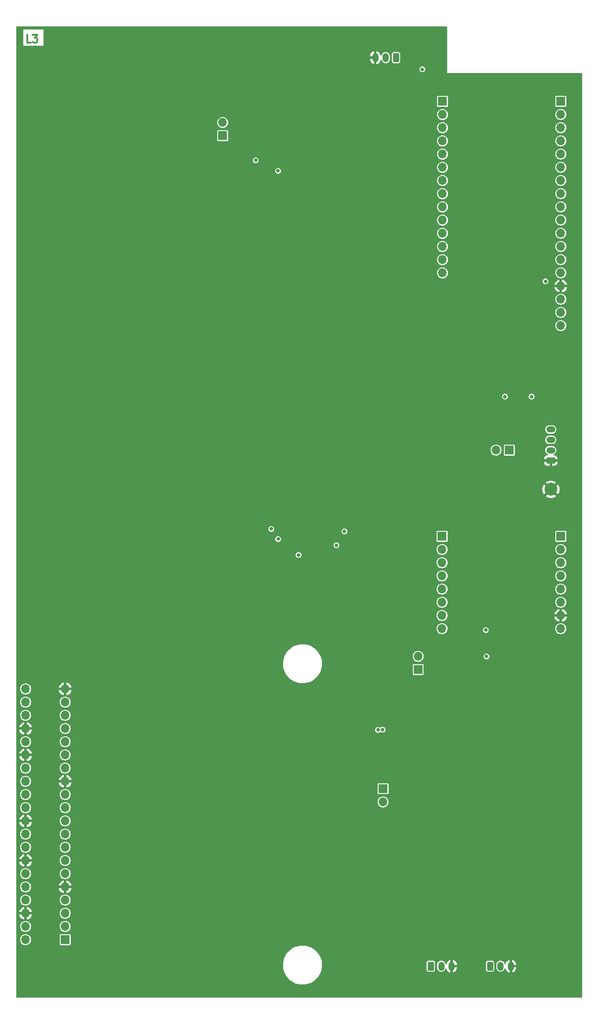
<source format=gbr>
%TF.GenerationSoftware,KiCad,Pcbnew,7.0.1*%
%TF.CreationDate,2023-12-13T20:39:24+01:00*%
%TF.ProjectId,big_pcb,6269675f-7063-4622-9e6b-696361645f70,rev?*%
%TF.SameCoordinates,Original*%
%TF.FileFunction,Copper,L3,Inr*%
%TF.FilePolarity,Positive*%
%FSLAX46Y46*%
G04 Gerber Fmt 4.6, Leading zero omitted, Abs format (unit mm)*
G04 Created by KiCad (PCBNEW 7.0.1) date 2023-12-13 20:39:24*
%MOMM*%
%LPD*%
G01*
G04 APERTURE LIST*
G04 Aperture macros list*
%AMRoundRect*
0 Rectangle with rounded corners*
0 $1 Rounding radius*
0 $2 $3 $4 $5 $6 $7 $8 $9 X,Y pos of 4 corners*
0 Add a 4 corners polygon primitive as box body*
4,1,4,$2,$3,$4,$5,$6,$7,$8,$9,$2,$3,0*
0 Add four circle primitives for the rounded corners*
1,1,$1+$1,$2,$3*
1,1,$1+$1,$4,$5*
1,1,$1+$1,$6,$7*
1,1,$1+$1,$8,$9*
0 Add four rect primitives between the rounded corners*
20,1,$1+$1,$2,$3,$4,$5,0*
20,1,$1+$1,$4,$5,$6,$7,0*
20,1,$1+$1,$6,$7,$8,$9,0*
20,1,$1+$1,$8,$9,$2,$3,0*%
G04 Aperture macros list end*
%ADD10C,0.300000*%
%TA.AperFunction,NonConductor*%
%ADD11C,0.300000*%
%TD*%
%TA.AperFunction,ComponentPad*%
%ADD12R,1.700000X1.700000*%
%TD*%
%TA.AperFunction,ComponentPad*%
%ADD13O,1.700000X1.700000*%
%TD*%
%TA.AperFunction,ComponentPad*%
%ADD14RoundRect,0.250000X0.350000X0.625000X-0.350000X0.625000X-0.350000X-0.625000X0.350000X-0.625000X0*%
%TD*%
%TA.AperFunction,ComponentPad*%
%ADD15O,1.200000X1.750000*%
%TD*%
%TA.AperFunction,ComponentPad*%
%ADD16RoundRect,0.250000X0.625000X-0.350000X0.625000X0.350000X-0.625000X0.350000X-0.625000X-0.350000X0*%
%TD*%
%TA.AperFunction,ComponentPad*%
%ADD17O,1.750000X1.200000*%
%TD*%
%TA.AperFunction,ComponentPad*%
%ADD18RoundRect,0.250000X-0.350000X-0.625000X0.350000X-0.625000X0.350000X0.625000X-0.350000X0.625000X0*%
%TD*%
%TA.AperFunction,ComponentPad*%
%ADD19C,2.500000*%
%TD*%
%TA.AperFunction,ViaPad*%
%ADD20C,0.700000*%
%TD*%
G04 APERTURE END LIST*
D10*
D11*
X149531428Y-53216428D02*
X148817142Y-53216428D01*
X148817142Y-53216428D02*
X148817142Y-51716428D01*
X149888571Y-51716428D02*
X150817143Y-51716428D01*
X150817143Y-51716428D02*
X150317143Y-52287857D01*
X150317143Y-52287857D02*
X150531428Y-52287857D01*
X150531428Y-52287857D02*
X150674286Y-52359285D01*
X150674286Y-52359285D02*
X150745714Y-52430714D01*
X150745714Y-52430714D02*
X150817143Y-52573571D01*
X150817143Y-52573571D02*
X150817143Y-52930714D01*
X150817143Y-52930714D02*
X150745714Y-53073571D01*
X150745714Y-53073571D02*
X150674286Y-53145000D01*
X150674286Y-53145000D02*
X150531428Y-53216428D01*
X150531428Y-53216428D02*
X150102857Y-53216428D01*
X150102857Y-53216428D02*
X149960000Y-53145000D01*
X149960000Y-53145000D02*
X149888571Y-53073571D01*
D12*
%TO.N,Net-(JP2-A)*%
%TO.C,JP2*%
X224120000Y-173900000D03*
D13*
%TO.N,+3.3VA*%
X224120000Y-171360000D03*
%TD*%
D14*
%TO.N,Net-(J10-Pin_1)*%
%TO.C,J10*%
X219860000Y-56130000D03*
D15*
%TO.N,/HALL_TOP*%
X217860000Y-56130000D03*
%TO.N,GND*%
X215860000Y-56130000D03*
%TD*%
D12*
%TO.N,Net-(JP3-A)*%
%TO.C,JP3*%
X186477500Y-71140000D03*
D13*
%TO.N,+3.3VP*%
X186477500Y-68600000D03*
%TD*%
D12*
%TO.N,unconnected-(J4-Pin_1-Pad1)*%
%TO.C,J4*%
X228710000Y-148250000D03*
D13*
%TO.N,unconnected-(J4-Pin_2-Pad2)*%
X228710000Y-150790000D03*
%TO.N,unconnected-(J4-Pin_3-Pad3)*%
X228710000Y-153330000D03*
%TO.N,/SD_D5_SCK*%
X228710000Y-155870000D03*
%TO.N,/SD_D6_MISO*%
X228710000Y-158410000D03*
%TO.N,/SD_D7_MOSI*%
X228710000Y-160950000D03*
%TO.N,/SD_D8_CS*%
X228710000Y-163490000D03*
%TO.N,+3.3VA*%
X228710000Y-166030000D03*
%TD*%
D12*
%TO.N,/SPI_CS*%
%TO.C,J1*%
X228800000Y-64530000D03*
D13*
%TO.N,Net-(J1-Pin_2)*%
X228800000Y-67070000D03*
%TO.N,Net-(J1-Pin_3)*%
X228800000Y-69610000D03*
%TO.N,/SPI_MISO*%
X228800000Y-72150000D03*
%TO.N,/DVP_Y5*%
X228800000Y-74690000D03*
%TO.N,/DVP_PCLK*%
X228800000Y-77230000D03*
%TO.N,/VSYNC*%
X228800000Y-79770000D03*
%TO.N,/DVP_Y7*%
X228800000Y-82310000D03*
%TO.N,/DISP_HRDY*%
X228800000Y-84850000D03*
%TO.N,/DISP_RST*%
X228800000Y-87390000D03*
%TO.N,unconnected-(J1-Pin_11-Pad11)*%
X228800000Y-89930000D03*
%TO.N,/D-*%
X228800000Y-92470000D03*
%TO.N,/D+*%
X228800000Y-95010000D03*
%TO.N,+5V*%
X228800000Y-97550000D03*
%TD*%
D16*
%TO.N,GND*%
%TO.C,J6*%
X249650000Y-133690000D03*
D17*
%TO.N,Net-(J6-Pin_2)*%
X249650000Y-131690000D03*
%TO.N,/SCL*%
X249650000Y-129690000D03*
%TO.N,/SDA*%
X249650000Y-127690000D03*
%TD*%
D18*
%TO.N,Net-(J9-Pin_1)*%
%TO.C,J9*%
X237960000Y-231000000D03*
D15*
%TO.N,/HALL_RIGHT*%
X239960000Y-231000000D03*
%TO.N,GND*%
X241960000Y-231000000D03*
%TD*%
D12*
%TO.N,Net-(J6-Pin_2)*%
%TO.C,JP8*%
X241660000Y-131660000D03*
D13*
%TO.N,+5V*%
X239120000Y-131660000D03*
%TD*%
D12*
%TO.N,/LED*%
%TO.C,J2*%
X251580000Y-64520000D03*
D13*
%TO.N,/SW_DISP_SD*%
X251580000Y-67060000D03*
%TO.N,/HALL_TOP*%
X251580000Y-69600000D03*
%TO.N,/EN_PWR_HALL*%
X251580000Y-72140000D03*
%TO.N,/DVP_Y6*%
X251580000Y-74680000D03*
%TO.N,/HALL_LEFT*%
X251580000Y-77220000D03*
%TO.N,/EN_PWR_DISP*%
X251580000Y-79760000D03*
%TO.N,/EN_PWR_SD*%
X251580000Y-82300000D03*
%TO.N,/CAM_SDA*%
X251580000Y-84840000D03*
%TO.N,/CAM_SCL*%
X251580000Y-87380000D03*
%TO.N,/HALL_RIGHT*%
X251580000Y-89920000D03*
%TO.N,/BATT_SCL*%
X251580000Y-92460000D03*
%TO.N,/BATT_SDA*%
X251580000Y-95000000D03*
%TO.N,unconnected-(J2-Pin_14-Pad14)*%
X251580000Y-97540000D03*
%TO.N,GND*%
X251580000Y-100080000D03*
%TO.N,unconnected-(J2-Pin_16-Pad16)*%
X251580000Y-102620000D03*
%TO.N,+3.3V*%
X251580000Y-105160000D03*
%TO.N,/ESP_RST#*%
X251580000Y-107700000D03*
%TD*%
D18*
%TO.N,Net-(J8-Pin_1)*%
%TO.C,J8*%
X226560000Y-231000000D03*
D15*
%TO.N,/HALL_LEFT*%
X228560000Y-231000000D03*
%TO.N,GND*%
X230560000Y-231000000D03*
%TD*%
D12*
%TO.N,Net-(JP1-A)*%
%TO.C,JP1*%
X217350000Y-196840000D03*
D13*
%TO.N,+5VD*%
X217350000Y-199380000D03*
%TD*%
D19*
%TO.N,GND*%
%TO.C,TP4*%
X249680000Y-139220000D03*
%TD*%
D12*
%TO.N,unconnected-(J5-Pin_1-Pad1)*%
%TO.C,J5*%
X251570000Y-148250000D03*
D13*
%TO.N,unconnected-(J5-Pin_2-Pad2)*%
X251570000Y-150790000D03*
%TO.N,unconnected-(J5-Pin_3-Pad3)*%
X251570000Y-153330000D03*
%TO.N,unconnected-(J5-Pin_4-Pad4)*%
X251570000Y-155870000D03*
%TO.N,unconnected-(J5-Pin_5-Pad5)*%
X251570000Y-158410000D03*
%TO.N,unconnected-(J5-Pin_6-Pad6)*%
X251570000Y-160950000D03*
%TO.N,GND*%
X251570000Y-163490000D03*
%TO.N,unconnected-(J5-Pin_8-Pad8)*%
X251570000Y-166030000D03*
%TD*%
D12*
%TO.N,Net-(J3-Pin_1)*%
%TO.C,J3*%
X156140000Y-225890000D03*
D13*
%TO.N,+5VD*%
X148520000Y-225890000D03*
%TO.N,/DISP_SDA*%
X156140000Y-223350000D03*
%TO.N,+5VD*%
X148520000Y-223350000D03*
%TO.N,/DISP_SCL*%
X156140000Y-220810000D03*
%TO.N,GND*%
X148520000Y-220810000D03*
%TO.N,/P4_free*%
X156140000Y-218270000D03*
%TO.N,/P_TX_free*%
X148520000Y-218270000D03*
%TO.N,GND*%
X156140000Y-215730000D03*
%TO.N,/P_RX_free*%
X148520000Y-215730000D03*
%TO.N,/DISP_RST*%
X156140000Y-213190000D03*
%TO.N,/P18_free*%
X148520000Y-213190000D03*
%TO.N,/P27_free*%
X156140000Y-210650000D03*
%TO.N,GND*%
X148520000Y-210650000D03*
%TO.N,/P22_free*%
X156140000Y-208110000D03*
%TO.N,/P23_free*%
X148520000Y-208110000D03*
%TO.N,Net-(J3-Pin_17)*%
X156140000Y-205570000D03*
%TO.N,/DISP_HRDY*%
X148520000Y-205570000D03*
%TO.N,/DISP_MOSI*%
X156140000Y-203030000D03*
%TO.N,GND*%
X148520000Y-203030000D03*
%TO.N,Net-(J3-Pin_21)*%
X156140000Y-200490000D03*
%TO.N,/P25_free*%
X148520000Y-200490000D03*
%TO.N,/DISP_SCK*%
X156140000Y-197950000D03*
%TO.N,/DISP_CS*%
X148520000Y-197950000D03*
%TO.N,GND*%
X156140000Y-195410000D03*
%TO.N,/P_CS1_free*%
X148520000Y-195410000D03*
%TO.N,/ID_SD*%
X156140000Y-192870000D03*
%TO.N,/ID_SC_free*%
X148520000Y-192870000D03*
%TO.N,/P5_free*%
X156140000Y-190330000D03*
%TO.N,GND*%
X148520000Y-190330000D03*
%TO.N,/P6_free*%
X156140000Y-187790000D03*
%TO.N,/P12_free*%
X148520000Y-187790000D03*
%TO.N,/P13_free*%
X156140000Y-185250000D03*
%TO.N,GND*%
X148520000Y-185250000D03*
%TO.N,/P19_free*%
X156140000Y-182710000D03*
%TO.N,/P16_free*%
X148520000Y-182710000D03*
%TO.N,/P26_free*%
X156140000Y-180170000D03*
%TO.N,/P20_free*%
X148520000Y-180170000D03*
%TO.N,GND*%
X156140000Y-177630000D03*
%TO.N,/P21_free*%
X148520000Y-177630000D03*
%TD*%
D20*
%TO.N,+5V*%
X216370000Y-185530000D03*
X217270000Y-185480000D03*
%TO.N,GND*%
X205320000Y-145720000D03*
X245260000Y-168550000D03*
X220690000Y-185900000D03*
X227850000Y-54840000D03*
X196750000Y-156610000D03*
X189842500Y-82800000D03*
X189772500Y-85230000D03*
X247720000Y-168570000D03*
X200960000Y-156580000D03*
X242770000Y-168520000D03*
X189892500Y-80290000D03*
X203440000Y-156480000D03*
%TO.N,+3.3V*%
X201090000Y-151870000D03*
X240830000Y-121370000D03*
X192832500Y-75870000D03*
X237140000Y-166300000D03*
X245960000Y-121370000D03*
X237260000Y-171390000D03*
%TO.N,Net-(D1-A)*%
X224910000Y-58370000D03*
%TO.N,/SD_D5_SCK*%
X208380000Y-149980000D03*
%TO.N,/SD_D6_MISO*%
X209910000Y-147310000D03*
%TO.N,/SD_D7_MOSI*%
X197150000Y-148770000D03*
%TO.N,/SD_D8_CS*%
X195840000Y-146820000D03*
%TO.N,/EN_PWR_HALL*%
X197132500Y-77920000D03*
%TO.N,/HALL_LEFT*%
X248640000Y-99180000D03*
%TD*%
%TA.AperFunction,Conductor*%
%TO.N,GND*%
G36*
X188189934Y-50089934D02*
G01*
X229566000Y-50090000D01*
X229628000Y-50106613D01*
X229673387Y-50152000D01*
X229690000Y-50214000D01*
X229690000Y-59100000D01*
X255566000Y-59100000D01*
X255628000Y-59116613D01*
X255673387Y-59162000D01*
X255690000Y-59224000D01*
X255690000Y-236966000D01*
X255673387Y-237028000D01*
X255628000Y-237073387D01*
X255566000Y-237090000D01*
X146814000Y-237090000D01*
X146752000Y-237073387D01*
X146706613Y-237028000D01*
X146690000Y-236966000D01*
X146689995Y-230693304D01*
X198085766Y-230693304D01*
X198095722Y-231079831D01*
X198120627Y-231272194D01*
X198145367Y-231463286D01*
X198234176Y-231839600D01*
X198361211Y-232204797D01*
X198525117Y-232554987D01*
X198724162Y-232886469D01*
X198724164Y-232886472D01*
X198724165Y-232886473D01*
X198956241Y-233195734D01*
X199218885Y-233479495D01*
X199509314Y-233734745D01*
X199824449Y-233958781D01*
X199824453Y-233958783D01*
X200160949Y-234149228D01*
X200515242Y-234304063D01*
X200515247Y-234304065D01*
X200883588Y-234421652D01*
X201262067Y-234500743D01*
X201646673Y-234540500D01*
X201936582Y-234540500D01*
X201936589Y-234540500D01*
X202226142Y-234525574D01*
X202608191Y-234466072D01*
X202776861Y-234421652D01*
X202982092Y-234367604D01*
X203015936Y-234354844D01*
X203343896Y-234231209D01*
X203516883Y-234144744D01*
X203689751Y-234058340D01*
X204015998Y-233850826D01*
X204015999Y-233850825D01*
X204016004Y-233850822D01*
X204319187Y-233610860D01*
X204596091Y-233340997D01*
X204596091Y-233340996D01*
X204596095Y-233340993D01*
X204843777Y-233044095D01*
X204949835Y-232886469D01*
X205059627Y-232723294D01*
X205241346Y-232382002D01*
X205387009Y-232023834D01*
X205487307Y-231679269D01*
X225759500Y-231679269D01*
X225762353Y-231709696D01*
X225807207Y-231837884D01*
X225887849Y-231947150D01*
X225997115Y-232027792D01*
X225997118Y-232027793D01*
X226125301Y-232072646D01*
X226137474Y-232073787D01*
X226155731Y-232075500D01*
X226155734Y-232075500D01*
X226964266Y-232075500D01*
X226964269Y-232075500D01*
X226979482Y-232074073D01*
X226994699Y-232072646D01*
X227122882Y-232027793D01*
X227122882Y-232027792D01*
X227122884Y-232027792D01*
X227232150Y-231947150D01*
X227312792Y-231837884D01*
X227312793Y-231837882D01*
X227357646Y-231709699D01*
X227360500Y-231679266D01*
X227360500Y-231319957D01*
X227759500Y-231319957D01*
X227774631Y-231454251D01*
X227774631Y-231454253D01*
X227774632Y-231454255D01*
X227834211Y-231624522D01*
X227863660Y-231671389D01*
X227930185Y-231777264D01*
X228057735Y-231904814D01*
X228057737Y-231904815D01*
X228057738Y-231904816D01*
X228210478Y-232000789D01*
X228380745Y-232060368D01*
X228515046Y-232075500D01*
X228559999Y-232080565D01*
X228559999Y-232080564D01*
X228560000Y-232080565D01*
X228739255Y-232060368D01*
X228909522Y-232000789D01*
X229062262Y-231904816D01*
X229189816Y-231777262D01*
X229285789Y-231624522D01*
X229339389Y-231471340D01*
X229373366Y-231420231D01*
X229427698Y-231391674D01*
X229489070Y-231392673D01*
X229542443Y-231422984D01*
X229574741Y-231475179D01*
X229636303Y-231671389D01*
X229735003Y-231849214D01*
X229867479Y-232003531D01*
X230028307Y-232128021D01*
X230210905Y-232217589D01*
X230309999Y-232243246D01*
X230310000Y-232243247D01*
X230310000Y-231250000D01*
X230810000Y-231250000D01*
X230810000Y-232248366D01*
X230811948Y-232248067D01*
X231002663Y-232177435D01*
X231175263Y-232069854D01*
X231322669Y-231929733D01*
X231438855Y-231762805D01*
X231474703Y-231679269D01*
X237159500Y-231679269D01*
X237162353Y-231709696D01*
X237207207Y-231837884D01*
X237287849Y-231947150D01*
X237397115Y-232027792D01*
X237397118Y-232027793D01*
X237525301Y-232072646D01*
X237537474Y-232073787D01*
X237555731Y-232075500D01*
X237555734Y-232075500D01*
X238364266Y-232075500D01*
X238364269Y-232075500D01*
X238379482Y-232074073D01*
X238394699Y-232072646D01*
X238522882Y-232027793D01*
X238522882Y-232027792D01*
X238522884Y-232027792D01*
X238632150Y-231947150D01*
X238712792Y-231837884D01*
X238712793Y-231837882D01*
X238757646Y-231709699D01*
X238760500Y-231679266D01*
X238760500Y-231319957D01*
X239159500Y-231319957D01*
X239174631Y-231454251D01*
X239174631Y-231454253D01*
X239174632Y-231454255D01*
X239234211Y-231624522D01*
X239263660Y-231671389D01*
X239330185Y-231777264D01*
X239457735Y-231904814D01*
X239457737Y-231904815D01*
X239457738Y-231904816D01*
X239610478Y-232000789D01*
X239780745Y-232060368D01*
X239915046Y-232075500D01*
X239959999Y-232080565D01*
X239959999Y-232080564D01*
X239960000Y-232080565D01*
X240139255Y-232060368D01*
X240309522Y-232000789D01*
X240462262Y-231904816D01*
X240589816Y-231777262D01*
X240685789Y-231624522D01*
X240739389Y-231471340D01*
X240773366Y-231420231D01*
X240827698Y-231391674D01*
X240889070Y-231392673D01*
X240942443Y-231422984D01*
X240974741Y-231475179D01*
X241036303Y-231671389D01*
X241135003Y-231849214D01*
X241267479Y-232003531D01*
X241428307Y-232128021D01*
X241610905Y-232217589D01*
X241709999Y-232243246D01*
X241710000Y-232243247D01*
X241710000Y-231250000D01*
X242210000Y-231250000D01*
X242210000Y-232248366D01*
X242211948Y-232248067D01*
X242402663Y-232177435D01*
X242575263Y-232069854D01*
X242722669Y-231929733D01*
X242838855Y-231762805D01*
X242919059Y-231575907D01*
X242960000Y-231376689D01*
X242960000Y-231250000D01*
X242210000Y-231250000D01*
X241710000Y-231250000D01*
X241710000Y-229756753D01*
X242210000Y-229756753D01*
X242210000Y-230750000D01*
X242960000Y-230750000D01*
X242960000Y-230674290D01*
X242944580Y-230522660D01*
X242883696Y-230328610D01*
X242784996Y-230150785D01*
X242652520Y-229996468D01*
X242491692Y-229871978D01*
X242309094Y-229782410D01*
X242210000Y-229756753D01*
X241710000Y-229756753D01*
X241710000Y-229751634D01*
X241708051Y-229751932D01*
X241517336Y-229822564D01*
X241344736Y-229930145D01*
X241197330Y-230070266D01*
X241081144Y-230237194D01*
X241000941Y-230424092D01*
X240980945Y-230521390D01*
X240952449Y-230578485D01*
X240899334Y-230613850D01*
X240835666Y-230618119D01*
X240778305Y-230590162D01*
X240742442Y-230537384D01*
X240685789Y-230375478D01*
X240589816Y-230222738D01*
X240589815Y-230222737D01*
X240589814Y-230222735D01*
X240462264Y-230095185D01*
X240394886Y-230052849D01*
X240309522Y-229999211D01*
X240139255Y-229939632D01*
X240139253Y-229939631D01*
X240139251Y-229939631D01*
X239960000Y-229919434D01*
X239780748Y-229939631D01*
X239780745Y-229939631D01*
X239780745Y-229939632D01*
X239610478Y-229999211D01*
X239610476Y-229999211D01*
X239610476Y-229999212D01*
X239457735Y-230095185D01*
X239330185Y-230222735D01*
X239234212Y-230375476D01*
X239174631Y-230545748D01*
X239159500Y-230680043D01*
X239159500Y-231319957D01*
X238760500Y-231319957D01*
X238760500Y-230320734D01*
X238757646Y-230290301D01*
X238712793Y-230162118D01*
X238712792Y-230162115D01*
X238632150Y-230052849D01*
X238522884Y-229972207D01*
X238394873Y-229927415D01*
X238394699Y-229927354D01*
X238394698Y-229927353D01*
X238394696Y-229927353D01*
X238364269Y-229924500D01*
X238364266Y-229924500D01*
X237555734Y-229924500D01*
X237555731Y-229924500D01*
X237525303Y-229927353D01*
X237397115Y-229972207D01*
X237287849Y-230052849D01*
X237207207Y-230162115D01*
X237162353Y-230290303D01*
X237159500Y-230320731D01*
X237159500Y-231679269D01*
X231474703Y-231679269D01*
X231519059Y-231575907D01*
X231560000Y-231376689D01*
X231560000Y-231250000D01*
X230810000Y-231250000D01*
X230310000Y-231250000D01*
X230310000Y-229756753D01*
X230810000Y-229756753D01*
X230810000Y-230750000D01*
X231560000Y-230750000D01*
X231560000Y-230674290D01*
X231544580Y-230522660D01*
X231483696Y-230328610D01*
X231384996Y-230150785D01*
X231252520Y-229996468D01*
X231091692Y-229871978D01*
X230909094Y-229782410D01*
X230810000Y-229756753D01*
X230310000Y-229756753D01*
X230310000Y-229751634D01*
X230308051Y-229751932D01*
X230117336Y-229822564D01*
X229944736Y-229930145D01*
X229797330Y-230070266D01*
X229681144Y-230237194D01*
X229600941Y-230424092D01*
X229580945Y-230521390D01*
X229552449Y-230578485D01*
X229499334Y-230613850D01*
X229435666Y-230618119D01*
X229378305Y-230590162D01*
X229342442Y-230537384D01*
X229285789Y-230375478D01*
X229189816Y-230222738D01*
X229189815Y-230222737D01*
X229189814Y-230222735D01*
X229062264Y-230095185D01*
X228994886Y-230052849D01*
X228909522Y-229999211D01*
X228739255Y-229939632D01*
X228739253Y-229939631D01*
X228739251Y-229939631D01*
X228560000Y-229919434D01*
X228380748Y-229939631D01*
X228380745Y-229939631D01*
X228380745Y-229939632D01*
X228210478Y-229999211D01*
X228210476Y-229999211D01*
X228210476Y-229999212D01*
X228057735Y-230095185D01*
X227930185Y-230222735D01*
X227834212Y-230375476D01*
X227774631Y-230545748D01*
X227759500Y-230680043D01*
X227759500Y-231319957D01*
X227360500Y-231319957D01*
X227360500Y-230320734D01*
X227357646Y-230290301D01*
X227312793Y-230162118D01*
X227312792Y-230162115D01*
X227232150Y-230052849D01*
X227122884Y-229972207D01*
X226994873Y-229927415D01*
X226994699Y-229927354D01*
X226994698Y-229927353D01*
X226994696Y-229927353D01*
X226964269Y-229924500D01*
X226964266Y-229924500D01*
X226155734Y-229924500D01*
X226155731Y-229924500D01*
X226125303Y-229927353D01*
X225997115Y-229972207D01*
X225887849Y-230052849D01*
X225807207Y-230162115D01*
X225762353Y-230290303D01*
X225759500Y-230320731D01*
X225759500Y-231679269D01*
X205487307Y-231679269D01*
X205495074Y-231652587D01*
X205564394Y-231272197D01*
X205594234Y-230886696D01*
X205584278Y-230500169D01*
X205534633Y-230116715D01*
X205445823Y-229740398D01*
X205318790Y-229375206D01*
X205154882Y-229025012D01*
X204955835Y-228693527D01*
X204723759Y-228384266D01*
X204461115Y-228100505D01*
X204170686Y-227845255D01*
X203855551Y-227621219D01*
X203855546Y-227621216D01*
X203519050Y-227430771D01*
X203164757Y-227275936D01*
X202796410Y-227158347D01*
X202417935Y-227079257D01*
X202225629Y-227059378D01*
X202033327Y-227039500D01*
X201743411Y-227039500D01*
X201540723Y-227049948D01*
X201453855Y-227054426D01*
X201071802Y-227113929D01*
X200697907Y-227212395D01*
X200336098Y-227348793D01*
X199990248Y-227521659D01*
X199664001Y-227729173D01*
X199360810Y-227969142D01*
X199083904Y-228239006D01*
X198836222Y-228535904D01*
X198620372Y-228856707D01*
X198438653Y-229197998D01*
X198292993Y-229556160D01*
X198184925Y-229927415D01*
X198115605Y-230307805D01*
X198086792Y-230680043D01*
X198085766Y-230693304D01*
X146689995Y-230693304D01*
X146689991Y-225890000D01*
X147464417Y-225890000D01*
X147484699Y-226095932D01*
X147484700Y-226095934D01*
X147544768Y-226293954D01*
X147642315Y-226476450D01*
X147693609Y-226538952D01*
X147773589Y-226636410D01*
X147853569Y-226702047D01*
X147933550Y-226767685D01*
X148116046Y-226865232D01*
X148314066Y-226925300D01*
X148520000Y-226945583D01*
X148725934Y-226925300D01*
X148923954Y-226865232D01*
X149106450Y-226767685D01*
X149116120Y-226759749D01*
X155089500Y-226759749D01*
X155101132Y-226818230D01*
X155145447Y-226884552D01*
X155211769Y-226928867D01*
X155270251Y-226940500D01*
X155270252Y-226940500D01*
X157009748Y-226940500D01*
X157009749Y-226940500D01*
X157038989Y-226934683D01*
X157068231Y-226928867D01*
X157134552Y-226884552D01*
X157178867Y-226818231D01*
X157190500Y-226759748D01*
X157190500Y-225020252D01*
X157178867Y-224961769D01*
X157178866Y-224961768D01*
X157134552Y-224895447D01*
X157068230Y-224851132D01*
X157009749Y-224839500D01*
X157009748Y-224839500D01*
X155270252Y-224839500D01*
X155270251Y-224839500D01*
X155211769Y-224851132D01*
X155145447Y-224895447D01*
X155101132Y-224961769D01*
X155089500Y-225020251D01*
X155089500Y-226759749D01*
X149116120Y-226759749D01*
X149266410Y-226636410D01*
X149397685Y-226476450D01*
X149495232Y-226293954D01*
X149555300Y-226095934D01*
X149575583Y-225890000D01*
X149555300Y-225684066D01*
X149495232Y-225486046D01*
X149397685Y-225303550D01*
X149332047Y-225223569D01*
X149266410Y-225143589D01*
X149116121Y-225020252D01*
X149106450Y-225012315D01*
X148923954Y-224914768D01*
X148824943Y-224884733D01*
X148725932Y-224854699D01*
X148520000Y-224834417D01*
X148314067Y-224854699D01*
X148116043Y-224914769D01*
X147933551Y-225012314D01*
X147773589Y-225143589D01*
X147642314Y-225303551D01*
X147544769Y-225486043D01*
X147484699Y-225684067D01*
X147464417Y-225890000D01*
X146689991Y-225890000D01*
X146689989Y-223349999D01*
X147464417Y-223349999D01*
X147484699Y-223555932D01*
X147484700Y-223555934D01*
X147544768Y-223753954D01*
X147642315Y-223936450D01*
X147693608Y-223998952D01*
X147773589Y-224096410D01*
X147853569Y-224162047D01*
X147933550Y-224227685D01*
X148116046Y-224325232D01*
X148314066Y-224385300D01*
X148520000Y-224405583D01*
X148725934Y-224385300D01*
X148923954Y-224325232D01*
X149106450Y-224227685D01*
X149266410Y-224096410D01*
X149397685Y-223936450D01*
X149495232Y-223753954D01*
X149555300Y-223555934D01*
X149575583Y-223350000D01*
X149575583Y-223349999D01*
X155084417Y-223349999D01*
X155104699Y-223555932D01*
X155104700Y-223555934D01*
X155164768Y-223753954D01*
X155262315Y-223936450D01*
X155313608Y-223998952D01*
X155393589Y-224096410D01*
X155473569Y-224162047D01*
X155553550Y-224227685D01*
X155736046Y-224325232D01*
X155934066Y-224385300D01*
X156140000Y-224405583D01*
X156345934Y-224385300D01*
X156543954Y-224325232D01*
X156726450Y-224227685D01*
X156886410Y-224096410D01*
X157017685Y-223936450D01*
X157115232Y-223753954D01*
X157175300Y-223555934D01*
X157195583Y-223350000D01*
X157175300Y-223144066D01*
X157115232Y-222946046D01*
X157017685Y-222763550D01*
X156952047Y-222683569D01*
X156886410Y-222603589D01*
X156788952Y-222523608D01*
X156726450Y-222472315D01*
X156543954Y-222374768D01*
X156444943Y-222344733D01*
X156345932Y-222314699D01*
X156140000Y-222294417D01*
X155934067Y-222314699D01*
X155736043Y-222374769D01*
X155553551Y-222472314D01*
X155393589Y-222603589D01*
X155262314Y-222763551D01*
X155164769Y-222946043D01*
X155104699Y-223144067D01*
X155084417Y-223349999D01*
X149575583Y-223349999D01*
X149555300Y-223144066D01*
X149495232Y-222946046D01*
X149397685Y-222763550D01*
X149332047Y-222683569D01*
X149266410Y-222603589D01*
X149168952Y-222523608D01*
X149106450Y-222472315D01*
X148923954Y-222374768D01*
X148824943Y-222344733D01*
X148725932Y-222314699D01*
X148520000Y-222294417D01*
X148314067Y-222314699D01*
X148116043Y-222374769D01*
X147933551Y-222472314D01*
X147773589Y-222603589D01*
X147642314Y-222763551D01*
X147544769Y-222946043D01*
X147484699Y-223144067D01*
X147464417Y-223349999D01*
X146689989Y-223349999D01*
X146689987Y-221060000D01*
X147292892Y-221060000D01*
X147340897Y-221239159D01*
X147433332Y-221437385D01*
X147558790Y-221616557D01*
X147713442Y-221771209D01*
X147892614Y-221896667D01*
X148090840Y-221989102D01*
X148269999Y-222037107D01*
X148270000Y-222037108D01*
X148270000Y-221060000D01*
X148770000Y-221060000D01*
X148770000Y-222037107D01*
X148949159Y-221989102D01*
X149147385Y-221896667D01*
X149326557Y-221771209D01*
X149481209Y-221616557D01*
X149606667Y-221437385D01*
X149699102Y-221239159D01*
X149747108Y-221060000D01*
X148770000Y-221060000D01*
X148270000Y-221060000D01*
X147292892Y-221060000D01*
X146689987Y-221060000D01*
X146689987Y-220809999D01*
X155084417Y-220809999D01*
X155104699Y-221015932D01*
X155104700Y-221015934D01*
X155164768Y-221213954D01*
X155262315Y-221396450D01*
X155313608Y-221458952D01*
X155393589Y-221556410D01*
X155466880Y-221616557D01*
X155553550Y-221687685D01*
X155736046Y-221785232D01*
X155934066Y-221845300D01*
X156140000Y-221865583D01*
X156345934Y-221845300D01*
X156543954Y-221785232D01*
X156726450Y-221687685D01*
X156886410Y-221556410D01*
X157017685Y-221396450D01*
X157115232Y-221213954D01*
X157175300Y-221015934D01*
X157195583Y-220810000D01*
X157175300Y-220604066D01*
X157115232Y-220406046D01*
X157017685Y-220223550D01*
X156952047Y-220143569D01*
X156886410Y-220063589D01*
X156788952Y-219983609D01*
X156726450Y-219932315D01*
X156543954Y-219834768D01*
X156444943Y-219804733D01*
X156345932Y-219774699D01*
X156140000Y-219754417D01*
X155934067Y-219774699D01*
X155736043Y-219834769D01*
X155553551Y-219932314D01*
X155393589Y-220063589D01*
X155262314Y-220223551D01*
X155164769Y-220406043D01*
X155104699Y-220604067D01*
X155084417Y-220809999D01*
X146689987Y-220809999D01*
X146689987Y-220560000D01*
X147292892Y-220560000D01*
X148270000Y-220560000D01*
X148270000Y-219582892D01*
X148770000Y-219582892D01*
X148770000Y-220560000D01*
X149747108Y-220560000D01*
X149747107Y-220559999D01*
X149699102Y-220380840D01*
X149606667Y-220182615D01*
X149481209Y-220003442D01*
X149326557Y-219848790D01*
X149147385Y-219723332D01*
X148949159Y-219630897D01*
X148770000Y-219582892D01*
X148270000Y-219582892D01*
X148269999Y-219582892D01*
X148090840Y-219630897D01*
X147892615Y-219723332D01*
X147713442Y-219848790D01*
X147558790Y-220003442D01*
X147433332Y-220182615D01*
X147340897Y-220380840D01*
X147292892Y-220559999D01*
X147292892Y-220560000D01*
X146689987Y-220560000D01*
X146689986Y-218270000D01*
X147464417Y-218270000D01*
X147484699Y-218475932D01*
X147484700Y-218475934D01*
X147544768Y-218673954D01*
X147642315Y-218856450D01*
X147693608Y-218918952D01*
X147773589Y-219016410D01*
X147853570Y-219082047D01*
X147933550Y-219147685D01*
X148116046Y-219245232D01*
X148314066Y-219305300D01*
X148520000Y-219325583D01*
X148725934Y-219305300D01*
X148923954Y-219245232D01*
X149106450Y-219147685D01*
X149266410Y-219016410D01*
X149397685Y-218856450D01*
X149495232Y-218673954D01*
X149555300Y-218475934D01*
X149575583Y-218270000D01*
X155084417Y-218270000D01*
X155104699Y-218475932D01*
X155104700Y-218475934D01*
X155164768Y-218673954D01*
X155262315Y-218856450D01*
X155313608Y-218918952D01*
X155393589Y-219016410D01*
X155473570Y-219082047D01*
X155553550Y-219147685D01*
X155736046Y-219245232D01*
X155934066Y-219305300D01*
X156140000Y-219325583D01*
X156345934Y-219305300D01*
X156543954Y-219245232D01*
X156726450Y-219147685D01*
X156886410Y-219016410D01*
X157017685Y-218856450D01*
X157115232Y-218673954D01*
X157175300Y-218475934D01*
X157195583Y-218270000D01*
X157175300Y-218064066D01*
X157115232Y-217866046D01*
X157017685Y-217683550D01*
X156952047Y-217603570D01*
X156886410Y-217523589D01*
X156788952Y-217443609D01*
X156726450Y-217392315D01*
X156543954Y-217294768D01*
X156444944Y-217264734D01*
X156345932Y-217234699D01*
X156140000Y-217214417D01*
X155934067Y-217234699D01*
X155736043Y-217294769D01*
X155553551Y-217392314D01*
X155393589Y-217523589D01*
X155262314Y-217683551D01*
X155164769Y-217866043D01*
X155104699Y-218064067D01*
X155084417Y-218270000D01*
X149575583Y-218270000D01*
X149555300Y-218064066D01*
X149495232Y-217866046D01*
X149397685Y-217683550D01*
X149332047Y-217603570D01*
X149266410Y-217523589D01*
X149168952Y-217443609D01*
X149106450Y-217392315D01*
X148923954Y-217294768D01*
X148824944Y-217264734D01*
X148725932Y-217234699D01*
X148520000Y-217214417D01*
X148314067Y-217234699D01*
X148116043Y-217294769D01*
X147933551Y-217392314D01*
X147773589Y-217523589D01*
X147642314Y-217683551D01*
X147544769Y-217866043D01*
X147484699Y-218064067D01*
X147464417Y-218270000D01*
X146689986Y-218270000D01*
X146689984Y-215730000D01*
X147464417Y-215730000D01*
X147484699Y-215935932D01*
X147484700Y-215935934D01*
X147544768Y-216133954D01*
X147642315Y-216316450D01*
X147693608Y-216378952D01*
X147773589Y-216476410D01*
X147846880Y-216536557D01*
X147933550Y-216607685D01*
X148116046Y-216705232D01*
X148314066Y-216765300D01*
X148520000Y-216785583D01*
X148725934Y-216765300D01*
X148923954Y-216705232D01*
X149106450Y-216607685D01*
X149266410Y-216476410D01*
X149397685Y-216316450D01*
X149495232Y-216133954D01*
X149541933Y-215980000D01*
X154912892Y-215980000D01*
X154960897Y-216159159D01*
X155053332Y-216357385D01*
X155178790Y-216536557D01*
X155333442Y-216691209D01*
X155512614Y-216816667D01*
X155710840Y-216909102D01*
X155889999Y-216957107D01*
X155890000Y-216957108D01*
X155890000Y-215980000D01*
X156390000Y-215980000D01*
X156390000Y-216957107D01*
X156569159Y-216909102D01*
X156767385Y-216816667D01*
X156946557Y-216691209D01*
X157101209Y-216536557D01*
X157226667Y-216357385D01*
X157319102Y-216159159D01*
X157367108Y-215980000D01*
X156390000Y-215980000D01*
X155890000Y-215980000D01*
X154912892Y-215980000D01*
X149541933Y-215980000D01*
X149555300Y-215935934D01*
X149575583Y-215730000D01*
X149555300Y-215524066D01*
X149541933Y-215480000D01*
X154912892Y-215480000D01*
X155890000Y-215480000D01*
X155890000Y-214502892D01*
X156390000Y-214502892D01*
X156390000Y-215480000D01*
X157367108Y-215480000D01*
X157367107Y-215479999D01*
X157319102Y-215300840D01*
X157226667Y-215102615D01*
X157101209Y-214923442D01*
X156946557Y-214768790D01*
X156767385Y-214643332D01*
X156569159Y-214550897D01*
X156390000Y-214502892D01*
X155890000Y-214502892D01*
X155889999Y-214502892D01*
X155710840Y-214550897D01*
X155512615Y-214643332D01*
X155333442Y-214768790D01*
X155178790Y-214923442D01*
X155053332Y-215102615D01*
X154960897Y-215300840D01*
X154912892Y-215479999D01*
X154912892Y-215480000D01*
X149541933Y-215480000D01*
X149495232Y-215326046D01*
X149397685Y-215143550D01*
X149332047Y-215063569D01*
X149266410Y-214983589D01*
X149168952Y-214903608D01*
X149106450Y-214852315D01*
X148923954Y-214754768D01*
X148824943Y-214724733D01*
X148725932Y-214694699D01*
X148520000Y-214674417D01*
X148314067Y-214694699D01*
X148116043Y-214754769D01*
X147933551Y-214852314D01*
X147773589Y-214983589D01*
X147642314Y-215143551D01*
X147544769Y-215326043D01*
X147484699Y-215524067D01*
X147464417Y-215730000D01*
X146689984Y-215730000D01*
X146689982Y-213189999D01*
X147464417Y-213189999D01*
X147484699Y-213395932D01*
X147484700Y-213395934D01*
X147544768Y-213593954D01*
X147642315Y-213776450D01*
X147693609Y-213838952D01*
X147773589Y-213936410D01*
X147853569Y-214002047D01*
X147933550Y-214067685D01*
X148116046Y-214165232D01*
X148314066Y-214225300D01*
X148520000Y-214245583D01*
X148725934Y-214225300D01*
X148923954Y-214165232D01*
X149106450Y-214067685D01*
X149266410Y-213936410D01*
X149397685Y-213776450D01*
X149495232Y-213593954D01*
X149555300Y-213395934D01*
X149575583Y-213190000D01*
X149575583Y-213189999D01*
X155084417Y-213189999D01*
X155104699Y-213395932D01*
X155104700Y-213395934D01*
X155164768Y-213593954D01*
X155262315Y-213776450D01*
X155313609Y-213838952D01*
X155393589Y-213936410D01*
X155473569Y-214002047D01*
X155553550Y-214067685D01*
X155736046Y-214165232D01*
X155934066Y-214225300D01*
X156140000Y-214245583D01*
X156345934Y-214225300D01*
X156543954Y-214165232D01*
X156726450Y-214067685D01*
X156886410Y-213936410D01*
X157017685Y-213776450D01*
X157115232Y-213593954D01*
X157175300Y-213395934D01*
X157195583Y-213190000D01*
X157175300Y-212984066D01*
X157115232Y-212786046D01*
X157017685Y-212603550D01*
X156952047Y-212523570D01*
X156886410Y-212443589D01*
X156788952Y-212363608D01*
X156726450Y-212312315D01*
X156543954Y-212214768D01*
X156444943Y-212184733D01*
X156345932Y-212154699D01*
X156140000Y-212134417D01*
X155934067Y-212154699D01*
X155736043Y-212214769D01*
X155553551Y-212312314D01*
X155393589Y-212443589D01*
X155262314Y-212603551D01*
X155164769Y-212786043D01*
X155104699Y-212984067D01*
X155084417Y-213189999D01*
X149575583Y-213189999D01*
X149555300Y-212984066D01*
X149495232Y-212786046D01*
X149397685Y-212603550D01*
X149332047Y-212523570D01*
X149266410Y-212443589D01*
X149168952Y-212363608D01*
X149106450Y-212312315D01*
X148923954Y-212214768D01*
X148824943Y-212184733D01*
X148725932Y-212154699D01*
X148520000Y-212134417D01*
X148314067Y-212154699D01*
X148116043Y-212214769D01*
X147933551Y-212312314D01*
X147773589Y-212443589D01*
X147642314Y-212603551D01*
X147544769Y-212786043D01*
X147484699Y-212984067D01*
X147464417Y-213189999D01*
X146689982Y-213189999D01*
X146689980Y-210900000D01*
X147292892Y-210900000D01*
X147340897Y-211079159D01*
X147433332Y-211277385D01*
X147558790Y-211456557D01*
X147713442Y-211611209D01*
X147892614Y-211736667D01*
X148090840Y-211829102D01*
X148269999Y-211877107D01*
X148270000Y-211877108D01*
X148270000Y-210900000D01*
X148770000Y-210900000D01*
X148770000Y-211877107D01*
X148949159Y-211829102D01*
X149147385Y-211736667D01*
X149326557Y-211611209D01*
X149481209Y-211456557D01*
X149606667Y-211277385D01*
X149699102Y-211079159D01*
X149747108Y-210900000D01*
X148770000Y-210900000D01*
X148270000Y-210900000D01*
X147292892Y-210900000D01*
X146689980Y-210900000D01*
X146689980Y-210649999D01*
X155084417Y-210649999D01*
X155104699Y-210855932D01*
X155104700Y-210855934D01*
X155164768Y-211053954D01*
X155262315Y-211236450D01*
X155313609Y-211298952D01*
X155393589Y-211396410D01*
X155466880Y-211456557D01*
X155553550Y-211527685D01*
X155736046Y-211625232D01*
X155934066Y-211685300D01*
X156140000Y-211705583D01*
X156345934Y-211685300D01*
X156543954Y-211625232D01*
X156726450Y-211527685D01*
X156886410Y-211396410D01*
X157017685Y-211236450D01*
X157115232Y-211053954D01*
X157175300Y-210855934D01*
X157195583Y-210650000D01*
X157175300Y-210444066D01*
X157115232Y-210246046D01*
X157017685Y-210063550D01*
X156952047Y-209983570D01*
X156886410Y-209903589D01*
X156788952Y-209823609D01*
X156726450Y-209772315D01*
X156543954Y-209674768D01*
X156444943Y-209644733D01*
X156345932Y-209614699D01*
X156140000Y-209594417D01*
X155934067Y-209614699D01*
X155736043Y-209674769D01*
X155553551Y-209772314D01*
X155393589Y-209903589D01*
X155262314Y-210063551D01*
X155164769Y-210246043D01*
X155104699Y-210444067D01*
X155084417Y-210649999D01*
X146689980Y-210649999D01*
X146689980Y-210400000D01*
X147292892Y-210400000D01*
X148270000Y-210400000D01*
X148270000Y-209422892D01*
X148770000Y-209422892D01*
X148770000Y-210400000D01*
X149747108Y-210400000D01*
X149747107Y-210399999D01*
X149699102Y-210220840D01*
X149606667Y-210022615D01*
X149481209Y-209843442D01*
X149326557Y-209688790D01*
X149147385Y-209563332D01*
X148949159Y-209470897D01*
X148770000Y-209422892D01*
X148270000Y-209422892D01*
X148269999Y-209422892D01*
X148090840Y-209470897D01*
X147892615Y-209563332D01*
X147713442Y-209688790D01*
X147558790Y-209843442D01*
X147433332Y-210022615D01*
X147340897Y-210220840D01*
X147292892Y-210399999D01*
X147292892Y-210400000D01*
X146689980Y-210400000D01*
X146689979Y-208109999D01*
X147464417Y-208109999D01*
X147484699Y-208315932D01*
X147484700Y-208315934D01*
X147544768Y-208513954D01*
X147642315Y-208696450D01*
X147693609Y-208758952D01*
X147773589Y-208856410D01*
X147853569Y-208922047D01*
X147933550Y-208987685D01*
X148116046Y-209085232D01*
X148314066Y-209145300D01*
X148520000Y-209165583D01*
X148725934Y-209145300D01*
X148923954Y-209085232D01*
X149106450Y-208987685D01*
X149266410Y-208856410D01*
X149397685Y-208696450D01*
X149495232Y-208513954D01*
X149555300Y-208315934D01*
X149575583Y-208110000D01*
X155084417Y-208110000D01*
X155104699Y-208315932D01*
X155104700Y-208315934D01*
X155164768Y-208513954D01*
X155262315Y-208696450D01*
X155313609Y-208758952D01*
X155393589Y-208856410D01*
X155473569Y-208922047D01*
X155553550Y-208987685D01*
X155736046Y-209085232D01*
X155934066Y-209145300D01*
X156140000Y-209165583D01*
X156345934Y-209145300D01*
X156543954Y-209085232D01*
X156726450Y-208987685D01*
X156886410Y-208856410D01*
X157017685Y-208696450D01*
X157115232Y-208513954D01*
X157175300Y-208315934D01*
X157195583Y-208110000D01*
X157175300Y-207904066D01*
X157115232Y-207706046D01*
X157017685Y-207523550D01*
X156952047Y-207443569D01*
X156886410Y-207363589D01*
X156788952Y-207283609D01*
X156726450Y-207232315D01*
X156543954Y-207134768D01*
X156444943Y-207104733D01*
X156345932Y-207074699D01*
X156162497Y-207056632D01*
X156140000Y-207054417D01*
X156139999Y-207054417D01*
X155934067Y-207074699D01*
X155736043Y-207134769D01*
X155553551Y-207232314D01*
X155393589Y-207363589D01*
X155262314Y-207523551D01*
X155164769Y-207706043D01*
X155104699Y-207904067D01*
X155084417Y-208110000D01*
X149575583Y-208110000D01*
X149555300Y-207904066D01*
X149495232Y-207706046D01*
X149397685Y-207523550D01*
X149332047Y-207443569D01*
X149266410Y-207363589D01*
X149168952Y-207283609D01*
X149106450Y-207232315D01*
X148923954Y-207134768D01*
X148824943Y-207104733D01*
X148725932Y-207074699D01*
X148542497Y-207056632D01*
X148520000Y-207054417D01*
X148519999Y-207054417D01*
X148314067Y-207074699D01*
X148116043Y-207134769D01*
X147933551Y-207232314D01*
X147773589Y-207363589D01*
X147642314Y-207523551D01*
X147544769Y-207706043D01*
X147484699Y-207904067D01*
X147464417Y-208109999D01*
X146689979Y-208109999D01*
X146689977Y-205570000D01*
X147464417Y-205570000D01*
X147484699Y-205775932D01*
X147484700Y-205775934D01*
X147544768Y-205973954D01*
X147642315Y-206156450D01*
X147693608Y-206218952D01*
X147773589Y-206316410D01*
X147853569Y-206382047D01*
X147933550Y-206447685D01*
X148116046Y-206545232D01*
X148314066Y-206605300D01*
X148520000Y-206625583D01*
X148725934Y-206605300D01*
X148923954Y-206545232D01*
X149106450Y-206447685D01*
X149266410Y-206316410D01*
X149397685Y-206156450D01*
X149495232Y-205973954D01*
X149555300Y-205775934D01*
X149575583Y-205570000D01*
X155084417Y-205570000D01*
X155104699Y-205775932D01*
X155104700Y-205775934D01*
X155164768Y-205973954D01*
X155262315Y-206156450D01*
X155313608Y-206218952D01*
X155393589Y-206316410D01*
X155473569Y-206382047D01*
X155553550Y-206447685D01*
X155736046Y-206545232D01*
X155934066Y-206605300D01*
X156140000Y-206625583D01*
X156345934Y-206605300D01*
X156543954Y-206545232D01*
X156726450Y-206447685D01*
X156886410Y-206316410D01*
X157017685Y-206156450D01*
X157115232Y-205973954D01*
X157175300Y-205775934D01*
X157195583Y-205570000D01*
X157175300Y-205364066D01*
X157115232Y-205166046D01*
X157017685Y-204983550D01*
X156952047Y-204903570D01*
X156886410Y-204823589D01*
X156788952Y-204743609D01*
X156726450Y-204692315D01*
X156543954Y-204594768D01*
X156444944Y-204564734D01*
X156345932Y-204534699D01*
X156140000Y-204514417D01*
X155934067Y-204534699D01*
X155736043Y-204594769D01*
X155553551Y-204692314D01*
X155393589Y-204823589D01*
X155262314Y-204983551D01*
X155164769Y-205166043D01*
X155104699Y-205364067D01*
X155084417Y-205570000D01*
X149575583Y-205570000D01*
X149555300Y-205364066D01*
X149495232Y-205166046D01*
X149397685Y-204983550D01*
X149332047Y-204903570D01*
X149266410Y-204823589D01*
X149168952Y-204743609D01*
X149106450Y-204692315D01*
X148923954Y-204594768D01*
X148824944Y-204564734D01*
X148725932Y-204534699D01*
X148520000Y-204514417D01*
X148314067Y-204534699D01*
X148116043Y-204594769D01*
X147933551Y-204692314D01*
X147773589Y-204823589D01*
X147642314Y-204983551D01*
X147544769Y-205166043D01*
X147484699Y-205364067D01*
X147464417Y-205570000D01*
X146689977Y-205570000D01*
X146689975Y-203280000D01*
X147292892Y-203280000D01*
X147340897Y-203459159D01*
X147433332Y-203657385D01*
X147558790Y-203836557D01*
X147713442Y-203991209D01*
X147892614Y-204116667D01*
X148090840Y-204209102D01*
X148269999Y-204257107D01*
X148270000Y-204257108D01*
X148270000Y-203280000D01*
X148770000Y-203280000D01*
X148770000Y-204257107D01*
X148949159Y-204209102D01*
X149147385Y-204116667D01*
X149326557Y-203991209D01*
X149481209Y-203836557D01*
X149606667Y-203657385D01*
X149699102Y-203459159D01*
X149747108Y-203280000D01*
X148770000Y-203280000D01*
X148270000Y-203280000D01*
X147292892Y-203280000D01*
X146689975Y-203280000D01*
X146689975Y-203030000D01*
X155084417Y-203030000D01*
X155104699Y-203235932D01*
X155104700Y-203235934D01*
X155164768Y-203433954D01*
X155262315Y-203616450D01*
X155313609Y-203678952D01*
X155393589Y-203776410D01*
X155466880Y-203836557D01*
X155553550Y-203907685D01*
X155736046Y-204005232D01*
X155934066Y-204065300D01*
X156140000Y-204085583D01*
X156345934Y-204065300D01*
X156543954Y-204005232D01*
X156726450Y-203907685D01*
X156886410Y-203776410D01*
X157017685Y-203616450D01*
X157115232Y-203433954D01*
X157175300Y-203235934D01*
X157195583Y-203030000D01*
X157175300Y-202824066D01*
X157115232Y-202626046D01*
X157017685Y-202443550D01*
X156952047Y-202363570D01*
X156886410Y-202283589D01*
X156788952Y-202203609D01*
X156726450Y-202152315D01*
X156543954Y-202054768D01*
X156444943Y-202024733D01*
X156345932Y-201994699D01*
X156140000Y-201974417D01*
X155934067Y-201994699D01*
X155736043Y-202054769D01*
X155553551Y-202152314D01*
X155393589Y-202283589D01*
X155262314Y-202443551D01*
X155164769Y-202626043D01*
X155104699Y-202824067D01*
X155084417Y-203030000D01*
X146689975Y-203030000D01*
X146689975Y-202780000D01*
X147292892Y-202780000D01*
X148270000Y-202780000D01*
X148270000Y-201802892D01*
X148770000Y-201802892D01*
X148770000Y-202780000D01*
X149747108Y-202780000D01*
X149747107Y-202779999D01*
X149699102Y-202600840D01*
X149606667Y-202402615D01*
X149481209Y-202223442D01*
X149326557Y-202068790D01*
X149147385Y-201943332D01*
X148949159Y-201850897D01*
X148770000Y-201802892D01*
X148270000Y-201802892D01*
X148269999Y-201802892D01*
X148090840Y-201850897D01*
X147892615Y-201943332D01*
X147713442Y-202068790D01*
X147558790Y-202223442D01*
X147433332Y-202402615D01*
X147340897Y-202600840D01*
X147292892Y-202779999D01*
X147292892Y-202780000D01*
X146689975Y-202780000D01*
X146689974Y-200489999D01*
X147464417Y-200489999D01*
X147484699Y-200695932D01*
X147484700Y-200695934D01*
X147544768Y-200893954D01*
X147642315Y-201076450D01*
X147693609Y-201138952D01*
X147773589Y-201236410D01*
X147853570Y-201302047D01*
X147933550Y-201367685D01*
X148116046Y-201465232D01*
X148314066Y-201525300D01*
X148520000Y-201545583D01*
X148725934Y-201525300D01*
X148923954Y-201465232D01*
X149106450Y-201367685D01*
X149266410Y-201236410D01*
X149397685Y-201076450D01*
X149495232Y-200893954D01*
X149555300Y-200695934D01*
X149575583Y-200490000D01*
X149575583Y-200489999D01*
X155084417Y-200489999D01*
X155104699Y-200695932D01*
X155104700Y-200695934D01*
X155164768Y-200893954D01*
X155262315Y-201076450D01*
X155313609Y-201138952D01*
X155393589Y-201236410D01*
X155473570Y-201302047D01*
X155553550Y-201367685D01*
X155736046Y-201465232D01*
X155934066Y-201525300D01*
X156140000Y-201545583D01*
X156345934Y-201525300D01*
X156543954Y-201465232D01*
X156726450Y-201367685D01*
X156886410Y-201236410D01*
X157017685Y-201076450D01*
X157115232Y-200893954D01*
X157175300Y-200695934D01*
X157195583Y-200490000D01*
X157175300Y-200284066D01*
X157115232Y-200086046D01*
X157017685Y-199903550D01*
X156952047Y-199823570D01*
X156886410Y-199743589D01*
X156788952Y-199663609D01*
X156726450Y-199612315D01*
X156543954Y-199514768D01*
X156444944Y-199484734D01*
X156345932Y-199454699D01*
X156140000Y-199434417D01*
X155934067Y-199454699D01*
X155736043Y-199514769D01*
X155553551Y-199612314D01*
X155393589Y-199743589D01*
X155262314Y-199903551D01*
X155164769Y-200086043D01*
X155104699Y-200284067D01*
X155084417Y-200489999D01*
X149575583Y-200489999D01*
X149555300Y-200284066D01*
X149495232Y-200086046D01*
X149397685Y-199903550D01*
X149332047Y-199823570D01*
X149266410Y-199743589D01*
X149168952Y-199663609D01*
X149106450Y-199612315D01*
X148923954Y-199514768D01*
X148824944Y-199484734D01*
X148725932Y-199454699D01*
X148520000Y-199434417D01*
X148314067Y-199454699D01*
X148116043Y-199514769D01*
X147933551Y-199612314D01*
X147773589Y-199743589D01*
X147642314Y-199903551D01*
X147544769Y-200086043D01*
X147484699Y-200284067D01*
X147464417Y-200489999D01*
X146689974Y-200489999D01*
X146689973Y-199379999D01*
X216294417Y-199379999D01*
X216314699Y-199585932D01*
X216314700Y-199585934D01*
X216374768Y-199783954D01*
X216472315Y-199966450D01*
X216523608Y-200028952D01*
X216603589Y-200126410D01*
X216683570Y-200192047D01*
X216763550Y-200257685D01*
X216946046Y-200355232D01*
X217144066Y-200415300D01*
X217350000Y-200435583D01*
X217555934Y-200415300D01*
X217753954Y-200355232D01*
X217936450Y-200257685D01*
X218096410Y-200126410D01*
X218227685Y-199966450D01*
X218325232Y-199783954D01*
X218385300Y-199585934D01*
X218405583Y-199380000D01*
X218385300Y-199174066D01*
X218325232Y-198976046D01*
X218227685Y-198793550D01*
X218147965Y-198696410D01*
X218096410Y-198633589D01*
X217978041Y-198536448D01*
X217936450Y-198502315D01*
X217753954Y-198404768D01*
X217654943Y-198374733D01*
X217555932Y-198344699D01*
X217372497Y-198326632D01*
X217350000Y-198324417D01*
X217349999Y-198324417D01*
X217144067Y-198344699D01*
X216946043Y-198404769D01*
X216763551Y-198502314D01*
X216603589Y-198633589D01*
X216472314Y-198793551D01*
X216374769Y-198976043D01*
X216314699Y-199174067D01*
X216294417Y-199379999D01*
X146689973Y-199379999D01*
X146689972Y-197949999D01*
X147464417Y-197949999D01*
X147484699Y-198155932D01*
X147484700Y-198155934D01*
X147544768Y-198353954D01*
X147642315Y-198536450D01*
X147693609Y-198598952D01*
X147773589Y-198696410D01*
X147853570Y-198762047D01*
X147933550Y-198827685D01*
X148116046Y-198925232D01*
X148314066Y-198985300D01*
X148520000Y-199005583D01*
X148725934Y-198985300D01*
X148923954Y-198925232D01*
X149106450Y-198827685D01*
X149266410Y-198696410D01*
X149397685Y-198536450D01*
X149495232Y-198353954D01*
X149555300Y-198155934D01*
X149575583Y-197950000D01*
X149575583Y-197949999D01*
X155084417Y-197949999D01*
X155104699Y-198155932D01*
X155104700Y-198155934D01*
X155164768Y-198353954D01*
X155262315Y-198536450D01*
X155313609Y-198598952D01*
X155393589Y-198696410D01*
X155473570Y-198762047D01*
X155553550Y-198827685D01*
X155736046Y-198925232D01*
X155934066Y-198985300D01*
X156140000Y-199005583D01*
X156345934Y-198985300D01*
X156543954Y-198925232D01*
X156726450Y-198827685D01*
X156886410Y-198696410D01*
X157017685Y-198536450D01*
X157115232Y-198353954D01*
X157175300Y-198155934D01*
X157195583Y-197950000D01*
X157175300Y-197744066D01*
X157164890Y-197709749D01*
X216299500Y-197709749D01*
X216311132Y-197768230D01*
X216355447Y-197834552D01*
X216421769Y-197878867D01*
X216480251Y-197890500D01*
X216480252Y-197890500D01*
X218219748Y-197890500D01*
X218219749Y-197890500D01*
X218248989Y-197884683D01*
X218278231Y-197878867D01*
X218344552Y-197834552D01*
X218388867Y-197768231D01*
X218400500Y-197709748D01*
X218400500Y-195970252D01*
X218388867Y-195911769D01*
X218388866Y-195911768D01*
X218344552Y-195845447D01*
X218278230Y-195801132D01*
X218219749Y-195789500D01*
X218219748Y-195789500D01*
X216480252Y-195789500D01*
X216480251Y-195789500D01*
X216421769Y-195801132D01*
X216355447Y-195845447D01*
X216311132Y-195911769D01*
X216299500Y-195970251D01*
X216299500Y-197709749D01*
X157164890Y-197709749D01*
X157115232Y-197546046D01*
X157017685Y-197363550D01*
X156952047Y-197283569D01*
X156886410Y-197203589D01*
X156788952Y-197123609D01*
X156726450Y-197072315D01*
X156543954Y-196974768D01*
X156444944Y-196944734D01*
X156345932Y-196914699D01*
X156140000Y-196894417D01*
X155934067Y-196914699D01*
X155736043Y-196974769D01*
X155553551Y-197072314D01*
X155393589Y-197203589D01*
X155262314Y-197363551D01*
X155164769Y-197546043D01*
X155104699Y-197744067D01*
X155084417Y-197949999D01*
X149575583Y-197949999D01*
X149555300Y-197744066D01*
X149495232Y-197546046D01*
X149397685Y-197363550D01*
X149332047Y-197283569D01*
X149266410Y-197203589D01*
X149168952Y-197123609D01*
X149106450Y-197072315D01*
X148923954Y-196974768D01*
X148824944Y-196944734D01*
X148725932Y-196914699D01*
X148520000Y-196894417D01*
X148314067Y-196914699D01*
X148116043Y-196974769D01*
X147933551Y-197072314D01*
X147773589Y-197203589D01*
X147642314Y-197363551D01*
X147544769Y-197546043D01*
X147484699Y-197744067D01*
X147464417Y-197949999D01*
X146689972Y-197949999D01*
X146689970Y-195410000D01*
X147464417Y-195410000D01*
X147484699Y-195615932D01*
X147544769Y-195813956D01*
X147561602Y-195845448D01*
X147642315Y-195996450D01*
X147693608Y-196058952D01*
X147773589Y-196156410D01*
X147846880Y-196216557D01*
X147933550Y-196287685D01*
X148116046Y-196385232D01*
X148314066Y-196445300D01*
X148520000Y-196465583D01*
X148725934Y-196445300D01*
X148923954Y-196385232D01*
X149106450Y-196287685D01*
X149266410Y-196156410D01*
X149397685Y-195996450D01*
X149495232Y-195813954D01*
X149541933Y-195660000D01*
X154912892Y-195660000D01*
X154960897Y-195839159D01*
X155053332Y-196037385D01*
X155178790Y-196216557D01*
X155333442Y-196371209D01*
X155512614Y-196496667D01*
X155710840Y-196589102D01*
X155889999Y-196637107D01*
X155890000Y-196637108D01*
X155890000Y-195660000D01*
X156390000Y-195660000D01*
X156390000Y-196637107D01*
X156569159Y-196589102D01*
X156767385Y-196496667D01*
X156946557Y-196371209D01*
X157101209Y-196216557D01*
X157226667Y-196037385D01*
X157319102Y-195839159D01*
X157367108Y-195660000D01*
X156390000Y-195660000D01*
X155890000Y-195660000D01*
X154912892Y-195660000D01*
X149541933Y-195660000D01*
X149555300Y-195615934D01*
X149575583Y-195410000D01*
X149555300Y-195204066D01*
X149541933Y-195160000D01*
X154912892Y-195160000D01*
X155890000Y-195160000D01*
X155890000Y-194182892D01*
X156390000Y-194182892D01*
X156390000Y-195160000D01*
X157367108Y-195160000D01*
X157367107Y-195159999D01*
X157319102Y-194980840D01*
X157226667Y-194782615D01*
X157101209Y-194603442D01*
X156946557Y-194448790D01*
X156767385Y-194323332D01*
X156569159Y-194230897D01*
X156390000Y-194182892D01*
X155890000Y-194182892D01*
X155889999Y-194182892D01*
X155710840Y-194230897D01*
X155512615Y-194323332D01*
X155333442Y-194448790D01*
X155178790Y-194603442D01*
X155053332Y-194782615D01*
X154960897Y-194980840D01*
X154912892Y-195159999D01*
X154912892Y-195160000D01*
X149541933Y-195160000D01*
X149495232Y-195006046D01*
X149397685Y-194823550D01*
X149332047Y-194743569D01*
X149266410Y-194663589D01*
X149168952Y-194583608D01*
X149106450Y-194532315D01*
X148923954Y-194434768D01*
X148824944Y-194404734D01*
X148725932Y-194374699D01*
X148520000Y-194354417D01*
X148314067Y-194374699D01*
X148116043Y-194434769D01*
X147933551Y-194532314D01*
X147773589Y-194663589D01*
X147642314Y-194823551D01*
X147544769Y-195006043D01*
X147484699Y-195204067D01*
X147464417Y-195410000D01*
X146689970Y-195410000D01*
X146689968Y-192870000D01*
X147464417Y-192870000D01*
X147484699Y-193075932D01*
X147484700Y-193075934D01*
X147544768Y-193273954D01*
X147642315Y-193456450D01*
X147693608Y-193518952D01*
X147773589Y-193616410D01*
X147853569Y-193682047D01*
X147933550Y-193747685D01*
X148116046Y-193845232D01*
X148314066Y-193905300D01*
X148520000Y-193925583D01*
X148725934Y-193905300D01*
X148923954Y-193845232D01*
X149106450Y-193747685D01*
X149266410Y-193616410D01*
X149397685Y-193456450D01*
X149495232Y-193273954D01*
X149555300Y-193075934D01*
X149575583Y-192870000D01*
X155084417Y-192870000D01*
X155104699Y-193075932D01*
X155104700Y-193075934D01*
X155164768Y-193273954D01*
X155262315Y-193456450D01*
X155313608Y-193518952D01*
X155393589Y-193616410D01*
X155473569Y-193682047D01*
X155553550Y-193747685D01*
X155736046Y-193845232D01*
X155934066Y-193905300D01*
X156140000Y-193925583D01*
X156345934Y-193905300D01*
X156543954Y-193845232D01*
X156726450Y-193747685D01*
X156886410Y-193616410D01*
X157017685Y-193456450D01*
X157115232Y-193273954D01*
X157175300Y-193075934D01*
X157195583Y-192870000D01*
X157175300Y-192664066D01*
X157115232Y-192466046D01*
X157017685Y-192283550D01*
X156952047Y-192203570D01*
X156886410Y-192123589D01*
X156788952Y-192043609D01*
X156726450Y-191992315D01*
X156543954Y-191894768D01*
X156444944Y-191864734D01*
X156345932Y-191834699D01*
X156140000Y-191814417D01*
X155934067Y-191834699D01*
X155736043Y-191894769D01*
X155553551Y-191992314D01*
X155393589Y-192123589D01*
X155262314Y-192283551D01*
X155164769Y-192466043D01*
X155104699Y-192664067D01*
X155084417Y-192870000D01*
X149575583Y-192870000D01*
X149555300Y-192664066D01*
X149495232Y-192466046D01*
X149397685Y-192283550D01*
X149332047Y-192203570D01*
X149266410Y-192123589D01*
X149168952Y-192043609D01*
X149106450Y-191992315D01*
X148923954Y-191894768D01*
X148824944Y-191864734D01*
X148725932Y-191834699D01*
X148520000Y-191814417D01*
X148314067Y-191834699D01*
X148116043Y-191894769D01*
X147933551Y-191992314D01*
X147773589Y-192123589D01*
X147642314Y-192283551D01*
X147544769Y-192466043D01*
X147484699Y-192664067D01*
X147464417Y-192870000D01*
X146689968Y-192870000D01*
X146689966Y-190580000D01*
X147292892Y-190580000D01*
X147340897Y-190759159D01*
X147433332Y-190957385D01*
X147558790Y-191136557D01*
X147713442Y-191291209D01*
X147892614Y-191416667D01*
X148090840Y-191509102D01*
X148269999Y-191557107D01*
X148270000Y-191557108D01*
X148270000Y-190580000D01*
X148770000Y-190580000D01*
X148770000Y-191557107D01*
X148949159Y-191509102D01*
X149147385Y-191416667D01*
X149326557Y-191291209D01*
X149481209Y-191136557D01*
X149606667Y-190957385D01*
X149699102Y-190759159D01*
X149747108Y-190580000D01*
X148770000Y-190580000D01*
X148270000Y-190580000D01*
X147292892Y-190580000D01*
X146689966Y-190580000D01*
X146689966Y-190330000D01*
X155084417Y-190330000D01*
X155104699Y-190535932D01*
X155104700Y-190535934D01*
X155164768Y-190733954D01*
X155262315Y-190916450D01*
X155313609Y-190978952D01*
X155393589Y-191076410D01*
X155466880Y-191136557D01*
X155553550Y-191207685D01*
X155736046Y-191305232D01*
X155934066Y-191365300D01*
X156140000Y-191385583D01*
X156345934Y-191365300D01*
X156543954Y-191305232D01*
X156726450Y-191207685D01*
X156886410Y-191076410D01*
X157017685Y-190916450D01*
X157115232Y-190733954D01*
X157175300Y-190535934D01*
X157195583Y-190330000D01*
X157175300Y-190124066D01*
X157115232Y-189926046D01*
X157017685Y-189743550D01*
X156952047Y-189663570D01*
X156886410Y-189583589D01*
X156788952Y-189503609D01*
X156726450Y-189452315D01*
X156543954Y-189354768D01*
X156444943Y-189324733D01*
X156345932Y-189294699D01*
X156162497Y-189276632D01*
X156140000Y-189274417D01*
X156139999Y-189274417D01*
X155934067Y-189294699D01*
X155736043Y-189354769D01*
X155553551Y-189452314D01*
X155393589Y-189583589D01*
X155262314Y-189743551D01*
X155164769Y-189926043D01*
X155104699Y-190124067D01*
X155084417Y-190330000D01*
X146689966Y-190330000D01*
X146689966Y-190080000D01*
X147292892Y-190080000D01*
X148270000Y-190080000D01*
X148270000Y-189102892D01*
X148770000Y-189102892D01*
X148770000Y-190080000D01*
X149747108Y-190080000D01*
X149747107Y-190079999D01*
X149699102Y-189900840D01*
X149606667Y-189702615D01*
X149481209Y-189523442D01*
X149326557Y-189368790D01*
X149147385Y-189243332D01*
X148949159Y-189150897D01*
X148770000Y-189102892D01*
X148270000Y-189102892D01*
X148269999Y-189102892D01*
X148090840Y-189150897D01*
X147892615Y-189243332D01*
X147713442Y-189368790D01*
X147558790Y-189523442D01*
X147433332Y-189702615D01*
X147340897Y-189900840D01*
X147292892Y-190079999D01*
X147292892Y-190080000D01*
X146689966Y-190080000D01*
X146689964Y-187789999D01*
X147464417Y-187789999D01*
X147484699Y-187995932D01*
X147484700Y-187995934D01*
X147544768Y-188193954D01*
X147642315Y-188376450D01*
X147693608Y-188438952D01*
X147773589Y-188536410D01*
X147853570Y-188602047D01*
X147933550Y-188667685D01*
X148116046Y-188765232D01*
X148314066Y-188825300D01*
X148520000Y-188845583D01*
X148725934Y-188825300D01*
X148923954Y-188765232D01*
X149106450Y-188667685D01*
X149266410Y-188536410D01*
X149397685Y-188376450D01*
X149495232Y-188193954D01*
X149555300Y-187995934D01*
X149575583Y-187790000D01*
X149575583Y-187789999D01*
X155084417Y-187789999D01*
X155104699Y-187995932D01*
X155104700Y-187995934D01*
X155164768Y-188193954D01*
X155262315Y-188376450D01*
X155313608Y-188438952D01*
X155393589Y-188536410D01*
X155473570Y-188602047D01*
X155553550Y-188667685D01*
X155736046Y-188765232D01*
X155934066Y-188825300D01*
X156140000Y-188845583D01*
X156345934Y-188825300D01*
X156543954Y-188765232D01*
X156726450Y-188667685D01*
X156886410Y-188536410D01*
X157017685Y-188376450D01*
X157115232Y-188193954D01*
X157175300Y-187995934D01*
X157195583Y-187790000D01*
X157175300Y-187584066D01*
X157115232Y-187386046D01*
X157017685Y-187203550D01*
X156952047Y-187123569D01*
X156886410Y-187043589D01*
X156788952Y-186963609D01*
X156726450Y-186912315D01*
X156543954Y-186814768D01*
X156444943Y-186784733D01*
X156345932Y-186754699D01*
X156162497Y-186736632D01*
X156140000Y-186734417D01*
X156139999Y-186734417D01*
X155934067Y-186754699D01*
X155736043Y-186814769D01*
X155553551Y-186912314D01*
X155393589Y-187043589D01*
X155262314Y-187203551D01*
X155164769Y-187386043D01*
X155104699Y-187584067D01*
X155084417Y-187789999D01*
X149575583Y-187789999D01*
X149555300Y-187584066D01*
X149495232Y-187386046D01*
X149397685Y-187203550D01*
X149332047Y-187123569D01*
X149266410Y-187043589D01*
X149168952Y-186963609D01*
X149106450Y-186912315D01*
X148923954Y-186814768D01*
X148824943Y-186784733D01*
X148725932Y-186754699D01*
X148542497Y-186736632D01*
X148520000Y-186734417D01*
X148519999Y-186734417D01*
X148314067Y-186754699D01*
X148116043Y-186814769D01*
X147933551Y-186912314D01*
X147773589Y-187043589D01*
X147642314Y-187203551D01*
X147544769Y-187386043D01*
X147484699Y-187584067D01*
X147464417Y-187789999D01*
X146689964Y-187789999D01*
X146689963Y-185500000D01*
X147292892Y-185500000D01*
X147340897Y-185679159D01*
X147433332Y-185877385D01*
X147558790Y-186056557D01*
X147713442Y-186211209D01*
X147892614Y-186336667D01*
X148090840Y-186429102D01*
X148269999Y-186477107D01*
X148270000Y-186477108D01*
X148270000Y-185500000D01*
X148770000Y-185500000D01*
X148770000Y-186477107D01*
X148949159Y-186429102D01*
X149147385Y-186336667D01*
X149326557Y-186211209D01*
X149481209Y-186056557D01*
X149606667Y-185877385D01*
X149699102Y-185679159D01*
X149747108Y-185500000D01*
X148770000Y-185500000D01*
X148270000Y-185500000D01*
X147292892Y-185500000D01*
X146689963Y-185500000D01*
X146689963Y-185249999D01*
X155084417Y-185249999D01*
X155104699Y-185455932D01*
X155104700Y-185455934D01*
X155164768Y-185653954D01*
X155262315Y-185836450D01*
X155303511Y-185886648D01*
X155393589Y-185996410D01*
X155440917Y-186035250D01*
X155553550Y-186127685D01*
X155736046Y-186225232D01*
X155934066Y-186285300D01*
X156140000Y-186305583D01*
X156345934Y-186285300D01*
X156543954Y-186225232D01*
X156726450Y-186127685D01*
X156886410Y-185996410D01*
X157017685Y-185836450D01*
X157115232Y-185653954D01*
X157152833Y-185530000D01*
X215814749Y-185530000D01*
X215833670Y-185673709D01*
X215889137Y-185807622D01*
X215889138Y-185807624D01*
X215889139Y-185807625D01*
X215977379Y-185922621D01*
X216092375Y-186010861D01*
X216092376Y-186010861D01*
X216092377Y-186010862D01*
X216122715Y-186023428D01*
X216226291Y-186066330D01*
X216370000Y-186085250D01*
X216513709Y-186066330D01*
X216647625Y-186010861D01*
X216762621Y-185922621D01*
X216762621Y-185922620D01*
X216775572Y-185912683D01*
X216777853Y-185915656D01*
X216804702Y-185895041D01*
X216868354Y-185886648D01*
X216927672Y-185911213D01*
X216992375Y-185960861D01*
X217126291Y-186016330D01*
X217270000Y-186035250D01*
X217413709Y-186016330D01*
X217547625Y-185960861D01*
X217662621Y-185872621D01*
X217750861Y-185757625D01*
X217806330Y-185623709D01*
X217825250Y-185480000D01*
X217806330Y-185336291D01*
X217750861Y-185202375D01*
X217662621Y-185087379D01*
X217547625Y-184999139D01*
X217547624Y-184999138D01*
X217547622Y-184999137D01*
X217413709Y-184943670D01*
X217270000Y-184924749D01*
X217126290Y-184943670D01*
X216992374Y-184999138D01*
X216864429Y-185097316D01*
X216862150Y-185094346D01*
X216835232Y-185114986D01*
X216771609Y-185123348D01*
X216712326Y-185098786D01*
X216647625Y-185049138D01*
X216513709Y-184993670D01*
X216370000Y-184974749D01*
X216226290Y-184993670D01*
X216092377Y-185049137D01*
X215977379Y-185137379D01*
X215889137Y-185252377D01*
X215833670Y-185386290D01*
X215814749Y-185530000D01*
X157152833Y-185530000D01*
X157175300Y-185455934D01*
X157195583Y-185250000D01*
X157175300Y-185044066D01*
X157115232Y-184846046D01*
X157017685Y-184663550D01*
X156952047Y-184583569D01*
X156886410Y-184503589D01*
X156788952Y-184423609D01*
X156726450Y-184372315D01*
X156543954Y-184274768D01*
X156444943Y-184244733D01*
X156345932Y-184214699D01*
X156140000Y-184194417D01*
X155934067Y-184214699D01*
X155736043Y-184274769D01*
X155553551Y-184372314D01*
X155393589Y-184503589D01*
X155262314Y-184663551D01*
X155164769Y-184846043D01*
X155104699Y-185044067D01*
X155084417Y-185249999D01*
X146689963Y-185249999D01*
X146689963Y-185000000D01*
X147292892Y-185000000D01*
X148270000Y-185000000D01*
X148270000Y-184022892D01*
X148770000Y-184022892D01*
X148770000Y-185000000D01*
X149747108Y-185000000D01*
X149747107Y-184999999D01*
X149699102Y-184820840D01*
X149606667Y-184622615D01*
X149481209Y-184443442D01*
X149326557Y-184288790D01*
X149147385Y-184163332D01*
X148949159Y-184070897D01*
X148770000Y-184022892D01*
X148270000Y-184022892D01*
X148269999Y-184022892D01*
X148090840Y-184070897D01*
X147892615Y-184163332D01*
X147713442Y-184288790D01*
X147558790Y-184443442D01*
X147433332Y-184622615D01*
X147340897Y-184820840D01*
X147292892Y-184999999D01*
X147292892Y-185000000D01*
X146689963Y-185000000D01*
X146689962Y-182709999D01*
X147464417Y-182709999D01*
X147484699Y-182915932D01*
X147484700Y-182915934D01*
X147544768Y-183113954D01*
X147642315Y-183296450D01*
X147693608Y-183358952D01*
X147773589Y-183456410D01*
X147853570Y-183522047D01*
X147933550Y-183587685D01*
X148116046Y-183685232D01*
X148314066Y-183745300D01*
X148520000Y-183765583D01*
X148725934Y-183745300D01*
X148923954Y-183685232D01*
X149106450Y-183587685D01*
X149266410Y-183456410D01*
X149397685Y-183296450D01*
X149495232Y-183113954D01*
X149555300Y-182915934D01*
X149575583Y-182710000D01*
X149575583Y-182709999D01*
X155084417Y-182709999D01*
X155104699Y-182915932D01*
X155104700Y-182915934D01*
X155164768Y-183113954D01*
X155262315Y-183296450D01*
X155313608Y-183358952D01*
X155393589Y-183456410D01*
X155473570Y-183522047D01*
X155553550Y-183587685D01*
X155736046Y-183685232D01*
X155934066Y-183745300D01*
X156140000Y-183765583D01*
X156345934Y-183745300D01*
X156543954Y-183685232D01*
X156726450Y-183587685D01*
X156886410Y-183456410D01*
X157017685Y-183296450D01*
X157115232Y-183113954D01*
X157175300Y-182915934D01*
X157195583Y-182710000D01*
X157175300Y-182504066D01*
X157115232Y-182306046D01*
X157017685Y-182123550D01*
X156952047Y-182043569D01*
X156886410Y-181963589D01*
X156788952Y-181883609D01*
X156726450Y-181832315D01*
X156543954Y-181734768D01*
X156444944Y-181704734D01*
X156345932Y-181674699D01*
X156140000Y-181654417D01*
X155934067Y-181674699D01*
X155736043Y-181734769D01*
X155553551Y-181832314D01*
X155393589Y-181963589D01*
X155262314Y-182123551D01*
X155164769Y-182306043D01*
X155104699Y-182504067D01*
X155084417Y-182709999D01*
X149575583Y-182709999D01*
X149555300Y-182504066D01*
X149495232Y-182306046D01*
X149397685Y-182123550D01*
X149332047Y-182043569D01*
X149266410Y-181963589D01*
X149168952Y-181883609D01*
X149106450Y-181832315D01*
X148923954Y-181734768D01*
X148824944Y-181704734D01*
X148725932Y-181674699D01*
X148520000Y-181654417D01*
X148314067Y-181674699D01*
X148116043Y-181734769D01*
X147933551Y-181832314D01*
X147773589Y-181963589D01*
X147642314Y-182123551D01*
X147544769Y-182306043D01*
X147484699Y-182504067D01*
X147464417Y-182709999D01*
X146689962Y-182709999D01*
X146689960Y-180170000D01*
X147464417Y-180170000D01*
X147484699Y-180375932D01*
X147484700Y-180375934D01*
X147544768Y-180573954D01*
X147642315Y-180756450D01*
X147693608Y-180818952D01*
X147773589Y-180916410D01*
X147853570Y-180982047D01*
X147933550Y-181047685D01*
X148116046Y-181145232D01*
X148314066Y-181205300D01*
X148520000Y-181225583D01*
X148725934Y-181205300D01*
X148923954Y-181145232D01*
X149106450Y-181047685D01*
X149266410Y-180916410D01*
X149397685Y-180756450D01*
X149495232Y-180573954D01*
X149555300Y-180375934D01*
X149575583Y-180170000D01*
X155084417Y-180170000D01*
X155104699Y-180375932D01*
X155104700Y-180375934D01*
X155164768Y-180573954D01*
X155262315Y-180756450D01*
X155313608Y-180818952D01*
X155393589Y-180916410D01*
X155473570Y-180982047D01*
X155553550Y-181047685D01*
X155736046Y-181145232D01*
X155934066Y-181205300D01*
X156140000Y-181225583D01*
X156345934Y-181205300D01*
X156543954Y-181145232D01*
X156726450Y-181047685D01*
X156886410Y-180916410D01*
X157017685Y-180756450D01*
X157115232Y-180573954D01*
X157175300Y-180375934D01*
X157195583Y-180170000D01*
X157175300Y-179964066D01*
X157115232Y-179766046D01*
X157017685Y-179583550D01*
X156952047Y-179503569D01*
X156886410Y-179423589D01*
X156788952Y-179343609D01*
X156726450Y-179292315D01*
X156543954Y-179194768D01*
X156444944Y-179164734D01*
X156345932Y-179134699D01*
X156140000Y-179114417D01*
X155934067Y-179134699D01*
X155736043Y-179194769D01*
X155553551Y-179292314D01*
X155393589Y-179423589D01*
X155262314Y-179583551D01*
X155164769Y-179766043D01*
X155104699Y-179964067D01*
X155084417Y-180170000D01*
X149575583Y-180170000D01*
X149555300Y-179964066D01*
X149495232Y-179766046D01*
X149397685Y-179583550D01*
X149332047Y-179503569D01*
X149266410Y-179423589D01*
X149168952Y-179343609D01*
X149106450Y-179292315D01*
X148923954Y-179194768D01*
X148824944Y-179164734D01*
X148725932Y-179134699D01*
X148520000Y-179114417D01*
X148314067Y-179134699D01*
X148116043Y-179194769D01*
X147933551Y-179292314D01*
X147773589Y-179423589D01*
X147642314Y-179583551D01*
X147544769Y-179766043D01*
X147484699Y-179964067D01*
X147464417Y-180170000D01*
X146689960Y-180170000D01*
X146689958Y-177630000D01*
X147464417Y-177630000D01*
X147484699Y-177835932D01*
X147484700Y-177835934D01*
X147544768Y-178033954D01*
X147642315Y-178216450D01*
X147693609Y-178278952D01*
X147773589Y-178376410D01*
X147846880Y-178436557D01*
X147933550Y-178507685D01*
X148116046Y-178605232D01*
X148314066Y-178665300D01*
X148520000Y-178685583D01*
X148725934Y-178665300D01*
X148923954Y-178605232D01*
X149106450Y-178507685D01*
X149266410Y-178376410D01*
X149397685Y-178216450D01*
X149495232Y-178033954D01*
X149541933Y-177880000D01*
X154912892Y-177880000D01*
X154960897Y-178059159D01*
X155053332Y-178257385D01*
X155178790Y-178436557D01*
X155333442Y-178591209D01*
X155512614Y-178716667D01*
X155710840Y-178809102D01*
X155889999Y-178857107D01*
X155890000Y-178857108D01*
X155890000Y-177880000D01*
X156390000Y-177880000D01*
X156390000Y-178857107D01*
X156569159Y-178809102D01*
X156767385Y-178716667D01*
X156946557Y-178591209D01*
X157101209Y-178436557D01*
X157226667Y-178257385D01*
X157319102Y-178059159D01*
X157367108Y-177880000D01*
X156390000Y-177880000D01*
X155890000Y-177880000D01*
X154912892Y-177880000D01*
X149541933Y-177880000D01*
X149555300Y-177835934D01*
X149575583Y-177630000D01*
X149555300Y-177424066D01*
X149541933Y-177380000D01*
X154912892Y-177380000D01*
X155890000Y-177380000D01*
X155890000Y-176402892D01*
X156390000Y-176402892D01*
X156390000Y-177380000D01*
X157367108Y-177380000D01*
X157367107Y-177379999D01*
X157319102Y-177200840D01*
X157226667Y-177002615D01*
X157101209Y-176823442D01*
X156946557Y-176668790D01*
X156767385Y-176543332D01*
X156569159Y-176450897D01*
X156390000Y-176402892D01*
X155890000Y-176402892D01*
X155889999Y-176402892D01*
X155710840Y-176450897D01*
X155512615Y-176543332D01*
X155333442Y-176668790D01*
X155178790Y-176823442D01*
X155053332Y-177002615D01*
X154960897Y-177200840D01*
X154912892Y-177379999D01*
X154912892Y-177380000D01*
X149541933Y-177380000D01*
X149495232Y-177226046D01*
X149397685Y-177043550D01*
X149332047Y-176963569D01*
X149266410Y-176883589D01*
X149168952Y-176803608D01*
X149106450Y-176752315D01*
X148923954Y-176654768D01*
X148824943Y-176624733D01*
X148725932Y-176594699D01*
X148520000Y-176574417D01*
X148314067Y-176594699D01*
X148116043Y-176654769D01*
X147933551Y-176752314D01*
X147773589Y-176883589D01*
X147642314Y-177043551D01*
X147544769Y-177226043D01*
X147484699Y-177424067D01*
X147464417Y-177630000D01*
X146689958Y-177630000D01*
X146689954Y-172693300D01*
X198085766Y-172693300D01*
X198095722Y-173079828D01*
X198145367Y-173463286D01*
X198234176Y-173839600D01*
X198361211Y-174204797D01*
X198525117Y-174554987D01*
X198724162Y-174886469D01*
X198724164Y-174886472D01*
X198724165Y-174886473D01*
X198956241Y-175195734D01*
X199218885Y-175479495D01*
X199509314Y-175734745D01*
X199824449Y-175958781D01*
X199824453Y-175958783D01*
X200160949Y-176149228D01*
X200515242Y-176304063D01*
X200515247Y-176304065D01*
X200883588Y-176421652D01*
X201262067Y-176500743D01*
X201646673Y-176540500D01*
X201936582Y-176540500D01*
X201936589Y-176540500D01*
X202226142Y-176525574D01*
X202608191Y-176466072D01*
X202776861Y-176421652D01*
X202982092Y-176367604D01*
X203015936Y-176354844D01*
X203343896Y-176231209D01*
X203516883Y-176144744D01*
X203689751Y-176058340D01*
X204015998Y-175850826D01*
X204015999Y-175850825D01*
X204016004Y-175850822D01*
X204319187Y-175610860D01*
X204596091Y-175340997D01*
X204596091Y-175340996D01*
X204596095Y-175340993D01*
X204843777Y-175044095D01*
X204914579Y-174938867D01*
X205028370Y-174769749D01*
X223069500Y-174769749D01*
X223081132Y-174828230D01*
X223125447Y-174894552D01*
X223191769Y-174938867D01*
X223250251Y-174950500D01*
X223250252Y-174950500D01*
X224989748Y-174950500D01*
X224989749Y-174950500D01*
X225018989Y-174944683D01*
X225048231Y-174938867D01*
X225114552Y-174894552D01*
X225158867Y-174828231D01*
X225170500Y-174769748D01*
X225170500Y-173030252D01*
X225158867Y-172971769D01*
X225114552Y-172905447D01*
X225048230Y-172861132D01*
X224989749Y-172849500D01*
X224989748Y-172849500D01*
X223250252Y-172849500D01*
X223250251Y-172849500D01*
X223191769Y-172861132D01*
X223125447Y-172905447D01*
X223081132Y-172971769D01*
X223069500Y-173030251D01*
X223069500Y-174769749D01*
X205028370Y-174769749D01*
X205059627Y-174723294D01*
X205241346Y-174382002D01*
X205387009Y-174023834D01*
X205495074Y-173652587D01*
X205564394Y-173272197D01*
X205594234Y-172886696D01*
X205584278Y-172500169D01*
X205534633Y-172116715D01*
X205445823Y-171740398D01*
X205318790Y-171375206D01*
X205311673Y-171360000D01*
X223064417Y-171360000D01*
X223084699Y-171565932D01*
X223084700Y-171565934D01*
X223144768Y-171763954D01*
X223242315Y-171946450D01*
X223293609Y-172008952D01*
X223373589Y-172106410D01*
X223453569Y-172172047D01*
X223533550Y-172237685D01*
X223716046Y-172335232D01*
X223914066Y-172395300D01*
X224120000Y-172415583D01*
X224325934Y-172395300D01*
X224523954Y-172335232D01*
X224706450Y-172237685D01*
X224866410Y-172106410D01*
X224997685Y-171946450D01*
X225095232Y-171763954D01*
X225155300Y-171565934D01*
X225172628Y-171390000D01*
X236704749Y-171390000D01*
X236723670Y-171533709D01*
X236779137Y-171667622D01*
X236779138Y-171667624D01*
X236779139Y-171667625D01*
X236867379Y-171782621D01*
X236982375Y-171870861D01*
X237116291Y-171926330D01*
X237260000Y-171945250D01*
X237403709Y-171926330D01*
X237537625Y-171870861D01*
X237652621Y-171782621D01*
X237740861Y-171667625D01*
X237796330Y-171533709D01*
X237815250Y-171390000D01*
X237796330Y-171246291D01*
X237740861Y-171112375D01*
X237652621Y-170997379D01*
X237537625Y-170909139D01*
X237537624Y-170909138D01*
X237537622Y-170909137D01*
X237403709Y-170853670D01*
X237260000Y-170834749D01*
X237116290Y-170853670D01*
X236982377Y-170909137D01*
X236867379Y-170997379D01*
X236779137Y-171112377D01*
X236723670Y-171246290D01*
X236704749Y-171390000D01*
X225172628Y-171390000D01*
X225175583Y-171360000D01*
X225155300Y-171154066D01*
X225095232Y-170956046D01*
X224997685Y-170773550D01*
X224932012Y-170693527D01*
X224866410Y-170613589D01*
X224768952Y-170533609D01*
X224706450Y-170482315D01*
X224523954Y-170384768D01*
X224424944Y-170354734D01*
X224325932Y-170324699D01*
X224120000Y-170304417D01*
X223914067Y-170324699D01*
X223716043Y-170384769D01*
X223533551Y-170482314D01*
X223373589Y-170613589D01*
X223242314Y-170773551D01*
X223144769Y-170956043D01*
X223084699Y-171154067D01*
X223064417Y-171360000D01*
X205311673Y-171360000D01*
X205154882Y-171025012D01*
X205085304Y-170909139D01*
X204955837Y-170693530D01*
X204895848Y-170613590D01*
X204723759Y-170384266D01*
X204461115Y-170100505D01*
X204170686Y-169845255D01*
X203855551Y-169621219D01*
X203855546Y-169621216D01*
X203519050Y-169430771D01*
X203164757Y-169275936D01*
X202796410Y-169158347D01*
X202417935Y-169079257D01*
X202225630Y-169059378D01*
X202033327Y-169039500D01*
X201743411Y-169039500D01*
X201540723Y-169049948D01*
X201453855Y-169054426D01*
X201071802Y-169113929D01*
X200697907Y-169212395D01*
X200336098Y-169348793D01*
X199990248Y-169521659D01*
X199664001Y-169729173D01*
X199360810Y-169969142D01*
X199083904Y-170239006D01*
X198836222Y-170535904D01*
X198620372Y-170856707D01*
X198438653Y-171197998D01*
X198292993Y-171556160D01*
X198184925Y-171927415D01*
X198115605Y-172307805D01*
X198085766Y-172693300D01*
X146689954Y-172693300D01*
X146689950Y-166030000D01*
X227654417Y-166030000D01*
X227674699Y-166235932D01*
X227674700Y-166235934D01*
X227734768Y-166433954D01*
X227832315Y-166616450D01*
X227883608Y-166678952D01*
X227963589Y-166776410D01*
X228036602Y-166836329D01*
X228123550Y-166907685D01*
X228306046Y-167005232D01*
X228504066Y-167065300D01*
X228710000Y-167085583D01*
X228915934Y-167065300D01*
X229113954Y-167005232D01*
X229296450Y-166907685D01*
X229456410Y-166776410D01*
X229587685Y-166616450D01*
X229685232Y-166433954D01*
X229725866Y-166300000D01*
X236584749Y-166300000D01*
X236603670Y-166443709D01*
X236659137Y-166577622D01*
X236659138Y-166577624D01*
X236659139Y-166577625D01*
X236747379Y-166692621D01*
X236862375Y-166780861D01*
X236996291Y-166836330D01*
X237140000Y-166855250D01*
X237283709Y-166836330D01*
X237417625Y-166780861D01*
X237532621Y-166692621D01*
X237620861Y-166577625D01*
X237676330Y-166443709D01*
X237695250Y-166300000D01*
X237676330Y-166156291D01*
X237624019Y-166030000D01*
X250514417Y-166030000D01*
X250534699Y-166235932D01*
X250534700Y-166235934D01*
X250594768Y-166433954D01*
X250692315Y-166616450D01*
X250743608Y-166678952D01*
X250823589Y-166776410D01*
X250896602Y-166836329D01*
X250983550Y-166907685D01*
X251166046Y-167005232D01*
X251364066Y-167065300D01*
X251570000Y-167085583D01*
X251775934Y-167065300D01*
X251973954Y-167005232D01*
X252156450Y-166907685D01*
X252316410Y-166776410D01*
X252447685Y-166616450D01*
X252545232Y-166433954D01*
X252605300Y-166235934D01*
X252625583Y-166030000D01*
X252605300Y-165824066D01*
X252545232Y-165626046D01*
X252447685Y-165443550D01*
X252382047Y-165363570D01*
X252316410Y-165283589D01*
X252218952Y-165203608D01*
X252156450Y-165152315D01*
X251973954Y-165054768D01*
X251874944Y-165024734D01*
X251775932Y-164994699D01*
X251592497Y-164976632D01*
X251570000Y-164974417D01*
X251569999Y-164974417D01*
X251364067Y-164994699D01*
X251166043Y-165054769D01*
X250983551Y-165152314D01*
X250823589Y-165283589D01*
X250692314Y-165443551D01*
X250594769Y-165626043D01*
X250534699Y-165824067D01*
X250514417Y-166030000D01*
X237624019Y-166030000D01*
X237620861Y-166022375D01*
X237532621Y-165907379D01*
X237417625Y-165819139D01*
X237417624Y-165819138D01*
X237417622Y-165819137D01*
X237283709Y-165763670D01*
X237140000Y-165744749D01*
X236996290Y-165763670D01*
X236862377Y-165819137D01*
X236747379Y-165907379D01*
X236659137Y-166022377D01*
X236603670Y-166156290D01*
X236584749Y-166300000D01*
X229725866Y-166300000D01*
X229745300Y-166235934D01*
X229765583Y-166030000D01*
X229745300Y-165824066D01*
X229685232Y-165626046D01*
X229587685Y-165443550D01*
X229522047Y-165363570D01*
X229456410Y-165283589D01*
X229358952Y-165203608D01*
X229296450Y-165152315D01*
X229113954Y-165054768D01*
X229014944Y-165024734D01*
X228915932Y-164994699D01*
X228732497Y-164976632D01*
X228710000Y-164974417D01*
X228709999Y-164974417D01*
X228504067Y-164994699D01*
X228306043Y-165054769D01*
X228123551Y-165152314D01*
X227963589Y-165283589D01*
X227832314Y-165443551D01*
X227734769Y-165626043D01*
X227674699Y-165824067D01*
X227654417Y-166030000D01*
X146689950Y-166030000D01*
X146689948Y-163489999D01*
X227654417Y-163489999D01*
X227674699Y-163695932D01*
X227674700Y-163695934D01*
X227734768Y-163893954D01*
X227832315Y-164076450D01*
X227883609Y-164138952D01*
X227963589Y-164236410D01*
X228036880Y-164296557D01*
X228123550Y-164367685D01*
X228306046Y-164465232D01*
X228504066Y-164525300D01*
X228710000Y-164545583D01*
X228915934Y-164525300D01*
X229113954Y-164465232D01*
X229296450Y-164367685D01*
X229456410Y-164236410D01*
X229587685Y-164076450D01*
X229685232Y-163893954D01*
X229731933Y-163740000D01*
X250342892Y-163740000D01*
X250390897Y-163919159D01*
X250483332Y-164117385D01*
X250608790Y-164296557D01*
X250763442Y-164451209D01*
X250942614Y-164576667D01*
X251140840Y-164669102D01*
X251319999Y-164717107D01*
X251320000Y-164717108D01*
X251320000Y-163740000D01*
X251820000Y-163740000D01*
X251820000Y-164717107D01*
X251999159Y-164669102D01*
X252197385Y-164576667D01*
X252376557Y-164451209D01*
X252531209Y-164296557D01*
X252656667Y-164117385D01*
X252749102Y-163919159D01*
X252797108Y-163740000D01*
X251820000Y-163740000D01*
X251320000Y-163740000D01*
X250342892Y-163740000D01*
X229731933Y-163740000D01*
X229745300Y-163695934D01*
X229765583Y-163490000D01*
X229745300Y-163284066D01*
X229731933Y-163240000D01*
X250342892Y-163240000D01*
X251320000Y-163240000D01*
X251320000Y-162262892D01*
X251820000Y-162262892D01*
X251820000Y-163240000D01*
X252797108Y-163240000D01*
X252797107Y-163239999D01*
X252749102Y-163060840D01*
X252656667Y-162862615D01*
X252531209Y-162683442D01*
X252376557Y-162528790D01*
X252197385Y-162403332D01*
X251999159Y-162310897D01*
X251820000Y-162262892D01*
X251320000Y-162262892D01*
X251319999Y-162262892D01*
X251140840Y-162310897D01*
X250942615Y-162403332D01*
X250763442Y-162528790D01*
X250608790Y-162683442D01*
X250483332Y-162862615D01*
X250390897Y-163060840D01*
X250342892Y-163239999D01*
X250342892Y-163240000D01*
X229731933Y-163240000D01*
X229685232Y-163086046D01*
X229587685Y-162903550D01*
X229522047Y-162823569D01*
X229456410Y-162743589D01*
X229358952Y-162663609D01*
X229296450Y-162612315D01*
X229113954Y-162514768D01*
X229014944Y-162484734D01*
X228915932Y-162454699D01*
X228710000Y-162434417D01*
X228504067Y-162454699D01*
X228306043Y-162514769D01*
X228123551Y-162612314D01*
X227963589Y-162743589D01*
X227832314Y-162903551D01*
X227734769Y-163086043D01*
X227674699Y-163284067D01*
X227654417Y-163489999D01*
X146689948Y-163489999D01*
X146689946Y-160949999D01*
X227654417Y-160949999D01*
X227674699Y-161155932D01*
X227674700Y-161155934D01*
X227734768Y-161353954D01*
X227832315Y-161536450D01*
X227883609Y-161598952D01*
X227963589Y-161696410D01*
X228043570Y-161762047D01*
X228123550Y-161827685D01*
X228306046Y-161925232D01*
X228504066Y-161985300D01*
X228710000Y-162005583D01*
X228915934Y-161985300D01*
X229113954Y-161925232D01*
X229296450Y-161827685D01*
X229456410Y-161696410D01*
X229587685Y-161536450D01*
X229685232Y-161353954D01*
X229745300Y-161155934D01*
X229765583Y-160950000D01*
X229765583Y-160949999D01*
X250514417Y-160949999D01*
X250534699Y-161155932D01*
X250534700Y-161155934D01*
X250594768Y-161353954D01*
X250692315Y-161536450D01*
X250743609Y-161598952D01*
X250823589Y-161696410D01*
X250903570Y-161762047D01*
X250983550Y-161827685D01*
X251166046Y-161925232D01*
X251364066Y-161985300D01*
X251570000Y-162005583D01*
X251775934Y-161985300D01*
X251973954Y-161925232D01*
X252156450Y-161827685D01*
X252316410Y-161696410D01*
X252447685Y-161536450D01*
X252545232Y-161353954D01*
X252605300Y-161155934D01*
X252625583Y-160950000D01*
X252605300Y-160744066D01*
X252545232Y-160546046D01*
X252447685Y-160363550D01*
X252382047Y-160283570D01*
X252316410Y-160203589D01*
X252218952Y-160123609D01*
X252156450Y-160072315D01*
X251973954Y-159974768D01*
X251874944Y-159944734D01*
X251775932Y-159914699D01*
X251570000Y-159894417D01*
X251364067Y-159914699D01*
X251166043Y-159974769D01*
X250983551Y-160072314D01*
X250823589Y-160203589D01*
X250692314Y-160363551D01*
X250594769Y-160546043D01*
X250534699Y-160744067D01*
X250514417Y-160949999D01*
X229765583Y-160949999D01*
X229745300Y-160744066D01*
X229685232Y-160546046D01*
X229587685Y-160363550D01*
X229522047Y-160283570D01*
X229456410Y-160203589D01*
X229358952Y-160123609D01*
X229296450Y-160072315D01*
X229113954Y-159974768D01*
X229014944Y-159944734D01*
X228915932Y-159914699D01*
X228710000Y-159894417D01*
X228504067Y-159914699D01*
X228306043Y-159974769D01*
X228123551Y-160072314D01*
X227963589Y-160203589D01*
X227832314Y-160363551D01*
X227734769Y-160546043D01*
X227674699Y-160744067D01*
X227654417Y-160949999D01*
X146689946Y-160949999D01*
X146689944Y-158410000D01*
X227654417Y-158410000D01*
X227674699Y-158615932D01*
X227674700Y-158615934D01*
X227734768Y-158813954D01*
X227832315Y-158996450D01*
X227883609Y-159058952D01*
X227963589Y-159156410D01*
X228043570Y-159222047D01*
X228123550Y-159287685D01*
X228306046Y-159385232D01*
X228504066Y-159445300D01*
X228710000Y-159465583D01*
X228915934Y-159445300D01*
X229113954Y-159385232D01*
X229296450Y-159287685D01*
X229456410Y-159156410D01*
X229587685Y-158996450D01*
X229685232Y-158813954D01*
X229745300Y-158615934D01*
X229765583Y-158410000D01*
X250514417Y-158410000D01*
X250534699Y-158615932D01*
X250534700Y-158615934D01*
X250594768Y-158813954D01*
X250692315Y-158996450D01*
X250743609Y-159058952D01*
X250823589Y-159156410D01*
X250903570Y-159222047D01*
X250983550Y-159287685D01*
X251166046Y-159385232D01*
X251364066Y-159445300D01*
X251570000Y-159465583D01*
X251775934Y-159445300D01*
X251973954Y-159385232D01*
X252156450Y-159287685D01*
X252316410Y-159156410D01*
X252447685Y-158996450D01*
X252545232Y-158813954D01*
X252605300Y-158615934D01*
X252625583Y-158410000D01*
X252605300Y-158204066D01*
X252545232Y-158006046D01*
X252447685Y-157823550D01*
X252382047Y-157743570D01*
X252316410Y-157663589D01*
X252218952Y-157583608D01*
X252156450Y-157532315D01*
X251973954Y-157434768D01*
X251874943Y-157404733D01*
X251775932Y-157374699D01*
X251570000Y-157354417D01*
X251364067Y-157374699D01*
X251166043Y-157434769D01*
X250983551Y-157532314D01*
X250823589Y-157663589D01*
X250692314Y-157823551D01*
X250594769Y-158006043D01*
X250534699Y-158204067D01*
X250514417Y-158410000D01*
X229765583Y-158410000D01*
X229745300Y-158204066D01*
X229685232Y-158006046D01*
X229587685Y-157823550D01*
X229522047Y-157743570D01*
X229456410Y-157663589D01*
X229358952Y-157583608D01*
X229296450Y-157532315D01*
X229113954Y-157434768D01*
X229014943Y-157404733D01*
X228915932Y-157374699D01*
X228710000Y-157354417D01*
X228504067Y-157374699D01*
X228306043Y-157434769D01*
X228123551Y-157532314D01*
X227963589Y-157663589D01*
X227832314Y-157823551D01*
X227734769Y-158006043D01*
X227674699Y-158204067D01*
X227654417Y-158410000D01*
X146689944Y-158410000D01*
X146689942Y-155870000D01*
X227654417Y-155870000D01*
X227674699Y-156075932D01*
X227674700Y-156075934D01*
X227734768Y-156273954D01*
X227832315Y-156456450D01*
X227883609Y-156518952D01*
X227963589Y-156616410D01*
X228043570Y-156682047D01*
X228123550Y-156747685D01*
X228306046Y-156845232D01*
X228504066Y-156905300D01*
X228710000Y-156925583D01*
X228915934Y-156905300D01*
X229113954Y-156845232D01*
X229296450Y-156747685D01*
X229456410Y-156616410D01*
X229587685Y-156456450D01*
X229685232Y-156273954D01*
X229745300Y-156075934D01*
X229765583Y-155870000D01*
X250514417Y-155870000D01*
X250534699Y-156075932D01*
X250534700Y-156075934D01*
X250594768Y-156273954D01*
X250692315Y-156456450D01*
X250743609Y-156518952D01*
X250823589Y-156616410D01*
X250903570Y-156682047D01*
X250983550Y-156747685D01*
X251166046Y-156845232D01*
X251364066Y-156905300D01*
X251570000Y-156925583D01*
X251775934Y-156905300D01*
X251973954Y-156845232D01*
X252156450Y-156747685D01*
X252316410Y-156616410D01*
X252447685Y-156456450D01*
X252545232Y-156273954D01*
X252605300Y-156075934D01*
X252625583Y-155870000D01*
X252605300Y-155664066D01*
X252545232Y-155466046D01*
X252447685Y-155283550D01*
X252382047Y-155203570D01*
X252316410Y-155123589D01*
X252218952Y-155043608D01*
X252156450Y-154992315D01*
X251973954Y-154894768D01*
X251874943Y-154864733D01*
X251775932Y-154834699D01*
X251570000Y-154814417D01*
X251364067Y-154834699D01*
X251166043Y-154894769D01*
X250983551Y-154992314D01*
X250823589Y-155123589D01*
X250692314Y-155283551D01*
X250594769Y-155466043D01*
X250534699Y-155664067D01*
X250514417Y-155870000D01*
X229765583Y-155870000D01*
X229745300Y-155664066D01*
X229685232Y-155466046D01*
X229587685Y-155283550D01*
X229522047Y-155203570D01*
X229456410Y-155123589D01*
X229358952Y-155043608D01*
X229296450Y-154992315D01*
X229113954Y-154894768D01*
X229014943Y-154864733D01*
X228915932Y-154834699D01*
X228710000Y-154814417D01*
X228504067Y-154834699D01*
X228306043Y-154894769D01*
X228123551Y-154992314D01*
X227963589Y-155123589D01*
X227832314Y-155283551D01*
X227734769Y-155466043D01*
X227674699Y-155664067D01*
X227654417Y-155870000D01*
X146689942Y-155870000D01*
X146689940Y-153330000D01*
X227654417Y-153330000D01*
X227674699Y-153535932D01*
X227674700Y-153535934D01*
X227734768Y-153733954D01*
X227832315Y-153916450D01*
X227883608Y-153978952D01*
X227963589Y-154076410D01*
X228043570Y-154142047D01*
X228123550Y-154207685D01*
X228306046Y-154305232D01*
X228504066Y-154365300D01*
X228710000Y-154385583D01*
X228915934Y-154365300D01*
X229113954Y-154305232D01*
X229296450Y-154207685D01*
X229456410Y-154076410D01*
X229587685Y-153916450D01*
X229685232Y-153733954D01*
X229745300Y-153535934D01*
X229765583Y-153330000D01*
X250514417Y-153330000D01*
X250534699Y-153535932D01*
X250534700Y-153535934D01*
X250594768Y-153733954D01*
X250692315Y-153916450D01*
X250743608Y-153978952D01*
X250823589Y-154076410D01*
X250903570Y-154142047D01*
X250983550Y-154207685D01*
X251166046Y-154305232D01*
X251364066Y-154365300D01*
X251570000Y-154385583D01*
X251775934Y-154365300D01*
X251973954Y-154305232D01*
X252156450Y-154207685D01*
X252316410Y-154076410D01*
X252447685Y-153916450D01*
X252545232Y-153733954D01*
X252605300Y-153535934D01*
X252625583Y-153330000D01*
X252605300Y-153124066D01*
X252545232Y-152926046D01*
X252447685Y-152743550D01*
X252382047Y-152663569D01*
X252316410Y-152583589D01*
X252218952Y-152503608D01*
X252156450Y-152452315D01*
X251973954Y-152354768D01*
X251874944Y-152324734D01*
X251775932Y-152294699D01*
X251570000Y-152274417D01*
X251364067Y-152294699D01*
X251166043Y-152354769D01*
X250983551Y-152452314D01*
X250823589Y-152583589D01*
X250692314Y-152743551D01*
X250594769Y-152926043D01*
X250534699Y-153124067D01*
X250514417Y-153330000D01*
X229765583Y-153330000D01*
X229745300Y-153124066D01*
X229685232Y-152926046D01*
X229587685Y-152743550D01*
X229522047Y-152663569D01*
X229456410Y-152583589D01*
X229358952Y-152503608D01*
X229296450Y-152452315D01*
X229113954Y-152354768D01*
X229014944Y-152324734D01*
X228915932Y-152294699D01*
X228710000Y-152274417D01*
X228504067Y-152294699D01*
X228306043Y-152354769D01*
X228123551Y-152452314D01*
X227963589Y-152583589D01*
X227832314Y-152743551D01*
X227734769Y-152926043D01*
X227674699Y-153124067D01*
X227654417Y-153330000D01*
X146689940Y-153330000D01*
X146689939Y-151869999D01*
X200534749Y-151869999D01*
X200553670Y-152013709D01*
X200609137Y-152147622D01*
X200609138Y-152147624D01*
X200609139Y-152147625D01*
X200697379Y-152262621D01*
X200812375Y-152350861D01*
X200946291Y-152406330D01*
X201090000Y-152425250D01*
X201233709Y-152406330D01*
X201367625Y-152350861D01*
X201482621Y-152262621D01*
X201570861Y-152147625D01*
X201626330Y-152013709D01*
X201645250Y-151870000D01*
X201626330Y-151726291D01*
X201570861Y-151592375D01*
X201482621Y-151477379D01*
X201367625Y-151389139D01*
X201367624Y-151389138D01*
X201367622Y-151389137D01*
X201233709Y-151333670D01*
X201090000Y-151314749D01*
X200946290Y-151333670D01*
X200812377Y-151389137D01*
X200697379Y-151477379D01*
X200609137Y-151592377D01*
X200553670Y-151726290D01*
X200534749Y-151869999D01*
X146689939Y-151869999D01*
X146689938Y-150789999D01*
X227654417Y-150789999D01*
X227674699Y-150995932D01*
X227674700Y-150995934D01*
X227734768Y-151193954D01*
X227832315Y-151376450D01*
X227842727Y-151389137D01*
X227963589Y-151536410D01*
X228031784Y-151592375D01*
X228123550Y-151667685D01*
X228306046Y-151765232D01*
X228504066Y-151825300D01*
X228710000Y-151845583D01*
X228915934Y-151825300D01*
X229113954Y-151765232D01*
X229296450Y-151667685D01*
X229456410Y-151536410D01*
X229587685Y-151376450D01*
X229685232Y-151193954D01*
X229745300Y-150995934D01*
X229765583Y-150790000D01*
X229765583Y-150789999D01*
X250514417Y-150789999D01*
X250534699Y-150995932D01*
X250534700Y-150995934D01*
X250594768Y-151193954D01*
X250692315Y-151376450D01*
X250702727Y-151389137D01*
X250823589Y-151536410D01*
X250891784Y-151592375D01*
X250983550Y-151667685D01*
X251166046Y-151765232D01*
X251364066Y-151825300D01*
X251570000Y-151845583D01*
X251775934Y-151825300D01*
X251973954Y-151765232D01*
X252156450Y-151667685D01*
X252316410Y-151536410D01*
X252447685Y-151376450D01*
X252545232Y-151193954D01*
X252605300Y-150995934D01*
X252625583Y-150790000D01*
X252605300Y-150584066D01*
X252545232Y-150386046D01*
X252447685Y-150203550D01*
X252382047Y-150123570D01*
X252316410Y-150043589D01*
X252218952Y-149963608D01*
X252156450Y-149912315D01*
X252014220Y-149836291D01*
X251973956Y-149814769D01*
X251973955Y-149814768D01*
X251973954Y-149814768D01*
X251874943Y-149784733D01*
X251775932Y-149754699D01*
X251570000Y-149734417D01*
X251364067Y-149754699D01*
X251166043Y-149814769D01*
X250983551Y-149912314D01*
X250823589Y-150043589D01*
X250692314Y-150203551D01*
X250594769Y-150386043D01*
X250534699Y-150584067D01*
X250514417Y-150789999D01*
X229765583Y-150789999D01*
X229745300Y-150584066D01*
X229685232Y-150386046D01*
X229587685Y-150203550D01*
X229522047Y-150123570D01*
X229456410Y-150043589D01*
X229358952Y-149963608D01*
X229296450Y-149912315D01*
X229154220Y-149836291D01*
X229113956Y-149814769D01*
X229113955Y-149814768D01*
X229113954Y-149814768D01*
X229014943Y-149784733D01*
X228915932Y-149754699D01*
X228710000Y-149734417D01*
X228504067Y-149754699D01*
X228306043Y-149814769D01*
X228123551Y-149912314D01*
X227963589Y-150043589D01*
X227832314Y-150203551D01*
X227734769Y-150386043D01*
X227674699Y-150584067D01*
X227654417Y-150789999D01*
X146689938Y-150789999D01*
X146689938Y-149980000D01*
X207824749Y-149980000D01*
X207843670Y-150123709D01*
X207899137Y-150257622D01*
X207899138Y-150257624D01*
X207899139Y-150257625D01*
X207987379Y-150372621D01*
X208102375Y-150460861D01*
X208236291Y-150516330D01*
X208380000Y-150535250D01*
X208523709Y-150516330D01*
X208657625Y-150460861D01*
X208772621Y-150372621D01*
X208860861Y-150257625D01*
X208916330Y-150123709D01*
X208935250Y-149980000D01*
X208916330Y-149836291D01*
X208860861Y-149702375D01*
X208772621Y-149587379D01*
X208657625Y-149499139D01*
X208657624Y-149499138D01*
X208657622Y-149499137D01*
X208523709Y-149443670D01*
X208380000Y-149424749D01*
X208236290Y-149443670D01*
X208102377Y-149499137D01*
X207987379Y-149587379D01*
X207899137Y-149702377D01*
X207843670Y-149836290D01*
X207824749Y-149980000D01*
X146689938Y-149980000D01*
X146689937Y-148770000D01*
X196594749Y-148770000D01*
X196613670Y-148913709D01*
X196669137Y-149047622D01*
X196669138Y-149047624D01*
X196669139Y-149047625D01*
X196757379Y-149162621D01*
X196872375Y-149250861D01*
X197006291Y-149306330D01*
X197150000Y-149325250D01*
X197293709Y-149306330D01*
X197427625Y-149250861D01*
X197542621Y-149162621D01*
X197575518Y-149119749D01*
X227659500Y-149119749D01*
X227671132Y-149178230D01*
X227715447Y-149244552D01*
X227781769Y-149288867D01*
X227840251Y-149300500D01*
X227840252Y-149300500D01*
X229579748Y-149300500D01*
X229579749Y-149300500D01*
X229608989Y-149294683D01*
X229638231Y-149288867D01*
X229704552Y-149244552D01*
X229748867Y-149178231D01*
X229760500Y-149119749D01*
X250519500Y-149119749D01*
X250531132Y-149178230D01*
X250575447Y-149244552D01*
X250641769Y-149288867D01*
X250700251Y-149300500D01*
X250700252Y-149300500D01*
X252439748Y-149300500D01*
X252439749Y-149300500D01*
X252468989Y-149294683D01*
X252498231Y-149288867D01*
X252564552Y-149244552D01*
X252608867Y-149178231D01*
X252620500Y-149119748D01*
X252620500Y-147380252D01*
X252615741Y-147356329D01*
X252608867Y-147321769D01*
X252564552Y-147255447D01*
X252498230Y-147211132D01*
X252439749Y-147199500D01*
X252439748Y-147199500D01*
X250700252Y-147199500D01*
X250700251Y-147199500D01*
X250641769Y-147211132D01*
X250575447Y-147255447D01*
X250531132Y-147321769D01*
X250519500Y-147380251D01*
X250519500Y-149119749D01*
X229760500Y-149119749D01*
X229760500Y-149119748D01*
X229760500Y-147380252D01*
X229755741Y-147356329D01*
X229748867Y-147321769D01*
X229704552Y-147255447D01*
X229638230Y-147211132D01*
X229579749Y-147199500D01*
X229579748Y-147199500D01*
X227840252Y-147199500D01*
X227840251Y-147199500D01*
X227781769Y-147211132D01*
X227715447Y-147255447D01*
X227671132Y-147321769D01*
X227659500Y-147380251D01*
X227659500Y-149119749D01*
X197575518Y-149119749D01*
X197630861Y-149047625D01*
X197686330Y-148913709D01*
X197705250Y-148770000D01*
X197686330Y-148626291D01*
X197630861Y-148492375D01*
X197542621Y-148377379D01*
X197427625Y-148289139D01*
X197427624Y-148289138D01*
X197427622Y-148289137D01*
X197293709Y-148233670D01*
X197150000Y-148214749D01*
X197006290Y-148233670D01*
X196872377Y-148289137D01*
X196757379Y-148377379D01*
X196669137Y-148492377D01*
X196613670Y-148626290D01*
X196594749Y-148770000D01*
X146689937Y-148770000D01*
X146689936Y-146820000D01*
X195284749Y-146820000D01*
X195303670Y-146963709D01*
X195359137Y-147097622D01*
X195359138Y-147097624D01*
X195359139Y-147097625D01*
X195447379Y-147212621D01*
X195562375Y-147300861D01*
X195696291Y-147356330D01*
X195840000Y-147375250D01*
X195983709Y-147356330D01*
X196095561Y-147310000D01*
X209354749Y-147310000D01*
X209373670Y-147453709D01*
X209429137Y-147587622D01*
X209429138Y-147587624D01*
X209429139Y-147587625D01*
X209517379Y-147702621D01*
X209632375Y-147790861D01*
X209766291Y-147846330D01*
X209910000Y-147865250D01*
X210053709Y-147846330D01*
X210187625Y-147790861D01*
X210302621Y-147702621D01*
X210390861Y-147587625D01*
X210446330Y-147453709D01*
X210465250Y-147310000D01*
X210446330Y-147166291D01*
X210390861Y-147032375D01*
X210302621Y-146917379D01*
X210187625Y-146829139D01*
X210187624Y-146829138D01*
X210187622Y-146829137D01*
X210053709Y-146773670D01*
X209910000Y-146754749D01*
X209766290Y-146773670D01*
X209632377Y-146829137D01*
X209517379Y-146917379D01*
X209429137Y-147032377D01*
X209373670Y-147166290D01*
X209354749Y-147310000D01*
X196095561Y-147310000D01*
X196117625Y-147300861D01*
X196232621Y-147212621D01*
X196320861Y-147097625D01*
X196376330Y-146963709D01*
X196395250Y-146820000D01*
X196376330Y-146676291D01*
X196320861Y-146542375D01*
X196232621Y-146427379D01*
X196117625Y-146339139D01*
X196117624Y-146339138D01*
X196117622Y-146339137D01*
X195983709Y-146283670D01*
X195840000Y-146264749D01*
X195696290Y-146283670D01*
X195562377Y-146339137D01*
X195447379Y-146427379D01*
X195359137Y-146542377D01*
X195303670Y-146676290D01*
X195284749Y-146820000D01*
X146689936Y-146820000D01*
X146689932Y-140553198D01*
X248700354Y-140553198D01*
X248707155Y-140559006D01*
X248928597Y-140694705D01*
X249168544Y-140794096D01*
X249421083Y-140854724D01*
X249680000Y-140875101D01*
X249938916Y-140854724D01*
X250191455Y-140794096D01*
X250431397Y-140694707D01*
X250652849Y-140559003D01*
X250659645Y-140553198D01*
X249680000Y-139573553D01*
X248700354Y-140553198D01*
X146689932Y-140553198D01*
X146689931Y-139219999D01*
X248024898Y-139219999D01*
X248045275Y-139478916D01*
X248105903Y-139731455D01*
X248205294Y-139971402D01*
X248340993Y-140192843D01*
X248346801Y-140199644D01*
X249326447Y-139220001D01*
X249326447Y-139220000D01*
X250033553Y-139220000D01*
X251013198Y-140199645D01*
X251019003Y-140192849D01*
X251154707Y-139971397D01*
X251254096Y-139731455D01*
X251314724Y-139478916D01*
X251335101Y-139219999D01*
X251314724Y-138961083D01*
X251254096Y-138708544D01*
X251154705Y-138468597D01*
X251019006Y-138247155D01*
X251013198Y-138240354D01*
X250033553Y-139220000D01*
X249326447Y-139220000D01*
X248346801Y-138240354D01*
X248340992Y-138247156D01*
X248205294Y-138468597D01*
X248105903Y-138708544D01*
X248045275Y-138961083D01*
X248024898Y-139219999D01*
X146689931Y-139219999D01*
X146689930Y-137886801D01*
X248700354Y-137886801D01*
X249680000Y-138866447D01*
X249680001Y-138866447D01*
X250659645Y-137886801D01*
X250652843Y-137880993D01*
X250431402Y-137745294D01*
X250191455Y-137645903D01*
X249938916Y-137585275D01*
X249680000Y-137564898D01*
X249421083Y-137585275D01*
X249168544Y-137645903D01*
X248928597Y-137745294D01*
X248707156Y-137880992D01*
X248700354Y-137886801D01*
X146689930Y-137886801D01*
X146689927Y-133940000D01*
X248375000Y-133940000D01*
X248375000Y-134105639D01*
X248377900Y-134142493D01*
X248423717Y-134300197D01*
X248507317Y-134441557D01*
X248623442Y-134557682D01*
X248764802Y-134641282D01*
X248922506Y-134687099D01*
X248959361Y-134690000D01*
X249400000Y-134690000D01*
X249400000Y-133940000D01*
X249900000Y-133940000D01*
X249900000Y-134690000D01*
X250340639Y-134690000D01*
X250377493Y-134687099D01*
X250535197Y-134641282D01*
X250676557Y-134557682D01*
X250792682Y-134441557D01*
X250876282Y-134300197D01*
X250922099Y-134142493D01*
X250925000Y-134105639D01*
X250925000Y-133940000D01*
X249900000Y-133940000D01*
X249400000Y-133940000D01*
X248375000Y-133940000D01*
X146689927Y-133940000D01*
X146689927Y-133440000D01*
X248375000Y-133440000D01*
X250925000Y-133440000D01*
X250925000Y-133274361D01*
X250922099Y-133237506D01*
X250876282Y-133079802D01*
X250792682Y-132938442D01*
X250676557Y-132822317D01*
X250535197Y-132738717D01*
X250377493Y-132692900D01*
X250340639Y-132690000D01*
X250220684Y-132690000D01*
X250154712Y-132670994D01*
X250108964Y-132619802D01*
X250097464Y-132552117D01*
X250123737Y-132488687D01*
X250179729Y-132448959D01*
X250274519Y-132415790D01*
X250274518Y-132415790D01*
X250274522Y-132415789D01*
X250427262Y-132319816D01*
X250554816Y-132192262D01*
X250650789Y-132039522D01*
X250710368Y-131869255D01*
X250730565Y-131690000D01*
X250710368Y-131510745D01*
X250650789Y-131340478D01*
X250554816Y-131187738D01*
X250554815Y-131187737D01*
X250554814Y-131187735D01*
X250427264Y-131060185D01*
X250364867Y-131020978D01*
X250274522Y-130964211D01*
X250104255Y-130904632D01*
X250104253Y-130904631D01*
X250104251Y-130904631D01*
X249969957Y-130889500D01*
X249969954Y-130889500D01*
X249330046Y-130889500D01*
X249330043Y-130889500D01*
X249195748Y-130904631D01*
X249195745Y-130904631D01*
X249195745Y-130904632D01*
X249025478Y-130964211D01*
X249025476Y-130964211D01*
X249025476Y-130964212D01*
X248872735Y-131060185D01*
X248745185Y-131187735D01*
X248702263Y-131256046D01*
X248649211Y-131340478D01*
X248589632Y-131510745D01*
X248589631Y-131510748D01*
X248569434Y-131689999D01*
X248589631Y-131869251D01*
X248589631Y-131869253D01*
X248589632Y-131869255D01*
X248649211Y-132039522D01*
X248649212Y-132039523D01*
X248745185Y-132192264D01*
X248872735Y-132319814D01*
X248872737Y-132319815D01*
X248872738Y-132319816D01*
X249010551Y-132406410D01*
X249025480Y-132415790D01*
X249120271Y-132448959D01*
X249176263Y-132488687D01*
X249202536Y-132552117D01*
X249191036Y-132619802D01*
X249145288Y-132670994D01*
X249079316Y-132690000D01*
X248959361Y-132690000D01*
X248922506Y-132692900D01*
X248764802Y-132738717D01*
X248623442Y-132822317D01*
X248507317Y-132938442D01*
X248423717Y-133079802D01*
X248377900Y-133237506D01*
X248375000Y-133274361D01*
X248375000Y-133440000D01*
X146689927Y-133440000D01*
X146689926Y-131659999D01*
X238064417Y-131659999D01*
X238084699Y-131865932D01*
X238084700Y-131865934D01*
X238144768Y-132063954D01*
X238242315Y-132246450D01*
X238293608Y-132308952D01*
X238373589Y-132406410D01*
X238425436Y-132448959D01*
X238533550Y-132537685D01*
X238716046Y-132635232D01*
X238914066Y-132695300D01*
X239120000Y-132715583D01*
X239325934Y-132695300D01*
X239523954Y-132635232D01*
X239706450Y-132537685D01*
X239716120Y-132529749D01*
X240609500Y-132529749D01*
X240621132Y-132588230D01*
X240665447Y-132654552D01*
X240731769Y-132698867D01*
X240790251Y-132710500D01*
X240790252Y-132710500D01*
X242529748Y-132710500D01*
X242529749Y-132710500D01*
X242558989Y-132704683D01*
X242588231Y-132698867D01*
X242654552Y-132654552D01*
X242698867Y-132588231D01*
X242710500Y-132529748D01*
X242710500Y-130790252D01*
X242698867Y-130731769D01*
X242698866Y-130731768D01*
X242654552Y-130665447D01*
X242588230Y-130621132D01*
X242529749Y-130609500D01*
X242529748Y-130609500D01*
X240790252Y-130609500D01*
X240790251Y-130609500D01*
X240731769Y-130621132D01*
X240665447Y-130665447D01*
X240621132Y-130731769D01*
X240609500Y-130790251D01*
X240609500Y-132529749D01*
X239716120Y-132529749D01*
X239866410Y-132406410D01*
X239997685Y-132246450D01*
X240095232Y-132063954D01*
X240155300Y-131865934D01*
X240175583Y-131660000D01*
X240155300Y-131454066D01*
X240095232Y-131256046D01*
X239997685Y-131073550D01*
X239907954Y-130964212D01*
X239866410Y-130913589D01*
X239716121Y-130790252D01*
X239706450Y-130782315D01*
X239523954Y-130684768D01*
X239424943Y-130654733D01*
X239325932Y-130624699D01*
X239120000Y-130604417D01*
X238914067Y-130624699D01*
X238716043Y-130684769D01*
X238533551Y-130782314D01*
X238373589Y-130913589D01*
X238242314Y-131073551D01*
X238144769Y-131256043D01*
X238084699Y-131454067D01*
X238064417Y-131659999D01*
X146689926Y-131659999D01*
X146689925Y-129690000D01*
X248569434Y-129690000D01*
X248589631Y-129869251D01*
X248589631Y-129869253D01*
X248589632Y-129869255D01*
X248649211Y-130039522D01*
X248649212Y-130039523D01*
X248745185Y-130192264D01*
X248872735Y-130319814D01*
X248872737Y-130319815D01*
X248872738Y-130319816D01*
X249025478Y-130415789D01*
X249195745Y-130475368D01*
X249262895Y-130482934D01*
X249330043Y-130490500D01*
X249330046Y-130490500D01*
X249969954Y-130490500D01*
X249969957Y-130490500D01*
X250027511Y-130484014D01*
X250104255Y-130475368D01*
X250274522Y-130415789D01*
X250427262Y-130319816D01*
X250554816Y-130192262D01*
X250650789Y-130039522D01*
X250710368Y-129869255D01*
X250730565Y-129690000D01*
X250710368Y-129510745D01*
X250650789Y-129340478D01*
X250554816Y-129187738D01*
X250554815Y-129187737D01*
X250554814Y-129187735D01*
X250427264Y-129060185D01*
X250364867Y-129020978D01*
X250274522Y-128964211D01*
X250104255Y-128904632D01*
X250104253Y-128904631D01*
X250104251Y-128904631D01*
X249969957Y-128889500D01*
X249969954Y-128889500D01*
X249330046Y-128889500D01*
X249330043Y-128889500D01*
X249195748Y-128904631D01*
X249195745Y-128904631D01*
X249195745Y-128904632D01*
X249025478Y-128964211D01*
X249025476Y-128964211D01*
X249025476Y-128964212D01*
X248872735Y-129060185D01*
X248745185Y-129187735D01*
X248649212Y-129340476D01*
X248589631Y-129510748D01*
X248569434Y-129690000D01*
X146689925Y-129690000D01*
X146689923Y-127690000D01*
X248569434Y-127690000D01*
X248589631Y-127869251D01*
X248589631Y-127869253D01*
X248589632Y-127869255D01*
X248649211Y-128039522D01*
X248649212Y-128039523D01*
X248745185Y-128192264D01*
X248872735Y-128319814D01*
X248872737Y-128319815D01*
X248872738Y-128319816D01*
X249025478Y-128415789D01*
X249195745Y-128475368D01*
X249262895Y-128482934D01*
X249330043Y-128490500D01*
X249330046Y-128490500D01*
X249969954Y-128490500D01*
X249969957Y-128490500D01*
X250027511Y-128484014D01*
X250104255Y-128475368D01*
X250274522Y-128415789D01*
X250427262Y-128319816D01*
X250554816Y-128192262D01*
X250650789Y-128039522D01*
X250710368Y-127869255D01*
X250730565Y-127690000D01*
X250710368Y-127510745D01*
X250650789Y-127340478D01*
X250554816Y-127187738D01*
X250554815Y-127187737D01*
X250554814Y-127187735D01*
X250427264Y-127060185D01*
X250364867Y-127020979D01*
X250274522Y-126964211D01*
X250104255Y-126904632D01*
X250104253Y-126904631D01*
X250104251Y-126904631D01*
X249969957Y-126889500D01*
X249969954Y-126889500D01*
X249330046Y-126889500D01*
X249330043Y-126889500D01*
X249195748Y-126904631D01*
X249195745Y-126904631D01*
X249195745Y-126904632D01*
X249025478Y-126964211D01*
X249025476Y-126964211D01*
X249025476Y-126964212D01*
X248872735Y-127060185D01*
X248745185Y-127187735D01*
X248649212Y-127340476D01*
X248589631Y-127510748D01*
X248569434Y-127690000D01*
X146689923Y-127690000D01*
X146689919Y-121762620D01*
X146689919Y-121369999D01*
X240274749Y-121369999D01*
X240293670Y-121513709D01*
X240349137Y-121647622D01*
X240349138Y-121647624D01*
X240349139Y-121647625D01*
X240437379Y-121762621D01*
X240552375Y-121850861D01*
X240686291Y-121906330D01*
X240830000Y-121925250D01*
X240973709Y-121906330D01*
X241107625Y-121850861D01*
X241222621Y-121762621D01*
X241310861Y-121647625D01*
X241366330Y-121513709D01*
X241385250Y-121370000D01*
X241385250Y-121369999D01*
X245404749Y-121369999D01*
X245423670Y-121513709D01*
X245479137Y-121647622D01*
X245479138Y-121647624D01*
X245479139Y-121647625D01*
X245567379Y-121762621D01*
X245682375Y-121850861D01*
X245816291Y-121906330D01*
X245960000Y-121925250D01*
X246103709Y-121906330D01*
X246237625Y-121850861D01*
X246352621Y-121762621D01*
X246440861Y-121647625D01*
X246496330Y-121513709D01*
X246515250Y-121370000D01*
X246496330Y-121226291D01*
X246440861Y-121092375D01*
X246352621Y-120977379D01*
X246237625Y-120889139D01*
X246237624Y-120889138D01*
X246237622Y-120889137D01*
X246103709Y-120833670D01*
X245960000Y-120814749D01*
X245816290Y-120833670D01*
X245682377Y-120889137D01*
X245567379Y-120977379D01*
X245479137Y-121092377D01*
X245423670Y-121226290D01*
X245404749Y-121369999D01*
X241385250Y-121369999D01*
X241366330Y-121226291D01*
X241310861Y-121092375D01*
X241222621Y-120977379D01*
X241107625Y-120889139D01*
X241107624Y-120889138D01*
X241107622Y-120889137D01*
X240973709Y-120833670D01*
X240830000Y-120814749D01*
X240686290Y-120833670D01*
X240552377Y-120889137D01*
X240437379Y-120977379D01*
X240349137Y-121092377D01*
X240293670Y-121226290D01*
X240274749Y-121369999D01*
X146689919Y-121369999D01*
X146689909Y-107699999D01*
X250524417Y-107699999D01*
X250544699Y-107905932D01*
X250544700Y-107905934D01*
X250604768Y-108103954D01*
X250702315Y-108286450D01*
X250753609Y-108348952D01*
X250833589Y-108446410D01*
X250913570Y-108512047D01*
X250993550Y-108577685D01*
X251176046Y-108675232D01*
X251374066Y-108735300D01*
X251580000Y-108755583D01*
X251785934Y-108735300D01*
X251983954Y-108675232D01*
X252166450Y-108577685D01*
X252326410Y-108446410D01*
X252457685Y-108286450D01*
X252555232Y-108103954D01*
X252615300Y-107905934D01*
X252635583Y-107700000D01*
X252615300Y-107494066D01*
X252555232Y-107296046D01*
X252457685Y-107113550D01*
X252392047Y-107033569D01*
X252326410Y-106953589D01*
X252228952Y-106873609D01*
X252166450Y-106822315D01*
X251983954Y-106724768D01*
X251884943Y-106694733D01*
X251785932Y-106664699D01*
X251580000Y-106644417D01*
X251374067Y-106664699D01*
X251176043Y-106724769D01*
X250993551Y-106822314D01*
X250833589Y-106953589D01*
X250702314Y-107113551D01*
X250604769Y-107296043D01*
X250544699Y-107494067D01*
X250524417Y-107699999D01*
X146689909Y-107699999D01*
X146689907Y-105159999D01*
X250524417Y-105159999D01*
X250544699Y-105365932D01*
X250544700Y-105365934D01*
X250604768Y-105563954D01*
X250702315Y-105746450D01*
X250753608Y-105808952D01*
X250833589Y-105906410D01*
X250913570Y-105972047D01*
X250993550Y-106037685D01*
X251176046Y-106135232D01*
X251374066Y-106195300D01*
X251580000Y-106215583D01*
X251785934Y-106195300D01*
X251983954Y-106135232D01*
X252166450Y-106037685D01*
X252326410Y-105906410D01*
X252457685Y-105746450D01*
X252555232Y-105563954D01*
X252615300Y-105365934D01*
X252635583Y-105160000D01*
X252615300Y-104954066D01*
X252555232Y-104756046D01*
X252457685Y-104573550D01*
X252392047Y-104493569D01*
X252326410Y-104413589D01*
X252228952Y-104333609D01*
X252166450Y-104282315D01*
X251983954Y-104184768D01*
X251884944Y-104154734D01*
X251785932Y-104124699D01*
X251580000Y-104104417D01*
X251374067Y-104124699D01*
X251176043Y-104184769D01*
X250993551Y-104282314D01*
X250833589Y-104413589D01*
X250702314Y-104573551D01*
X250604769Y-104756043D01*
X250544699Y-104954067D01*
X250524417Y-105159999D01*
X146689907Y-105159999D01*
X146689905Y-102620000D01*
X250524417Y-102620000D01*
X250544699Y-102825932D01*
X250544700Y-102825934D01*
X250604768Y-103023954D01*
X250702315Y-103206450D01*
X250753609Y-103268952D01*
X250833589Y-103366410D01*
X250913569Y-103432047D01*
X250993550Y-103497685D01*
X251176046Y-103595232D01*
X251374066Y-103655300D01*
X251580000Y-103675583D01*
X251785934Y-103655300D01*
X251983954Y-103595232D01*
X252166450Y-103497685D01*
X252326410Y-103366410D01*
X252457685Y-103206450D01*
X252555232Y-103023954D01*
X252615300Y-102825934D01*
X252635583Y-102620000D01*
X252615300Y-102414066D01*
X252555232Y-102216046D01*
X252457685Y-102033550D01*
X252392047Y-101953570D01*
X252326410Y-101873589D01*
X252228952Y-101793608D01*
X252166450Y-101742315D01*
X251983954Y-101644768D01*
X251884943Y-101614733D01*
X251785932Y-101584699D01*
X251602497Y-101566632D01*
X251580000Y-101564417D01*
X251579999Y-101564417D01*
X251374067Y-101584699D01*
X251176043Y-101644769D01*
X250993551Y-101742314D01*
X250833589Y-101873589D01*
X250702314Y-102033551D01*
X250604769Y-102216043D01*
X250544699Y-102414067D01*
X250524417Y-102620000D01*
X146689905Y-102620000D01*
X146689903Y-100330000D01*
X250352892Y-100330000D01*
X250400897Y-100509159D01*
X250493332Y-100707385D01*
X250618790Y-100886557D01*
X250773442Y-101041209D01*
X250952614Y-101166667D01*
X251150840Y-101259102D01*
X251329999Y-101307107D01*
X251330000Y-101307108D01*
X251330000Y-100330000D01*
X251830000Y-100330000D01*
X251830000Y-101307107D01*
X252009159Y-101259102D01*
X252207385Y-101166667D01*
X252386557Y-101041209D01*
X252541209Y-100886557D01*
X252666667Y-100707385D01*
X252759102Y-100509159D01*
X252807108Y-100330000D01*
X251830000Y-100330000D01*
X251330000Y-100330000D01*
X250352892Y-100330000D01*
X146689903Y-100330000D01*
X146689903Y-99830000D01*
X250352892Y-99830000D01*
X251330000Y-99830000D01*
X251330000Y-98852892D01*
X251830000Y-98852892D01*
X251830000Y-99830000D01*
X252807108Y-99830000D01*
X252807107Y-99829999D01*
X252759102Y-99650840D01*
X252666667Y-99452615D01*
X252541209Y-99273442D01*
X252386557Y-99118790D01*
X252207385Y-98993332D01*
X252009159Y-98900897D01*
X251830000Y-98852892D01*
X251330000Y-98852892D01*
X251329999Y-98852892D01*
X251150840Y-98900897D01*
X250952615Y-98993332D01*
X250773442Y-99118790D01*
X250618790Y-99273442D01*
X250493332Y-99452615D01*
X250400897Y-99650840D01*
X250352892Y-99829999D01*
X250352892Y-99830000D01*
X146689903Y-99830000D01*
X146689903Y-99180000D01*
X248084749Y-99180000D01*
X248103670Y-99323709D01*
X248159137Y-99457622D01*
X248159138Y-99457624D01*
X248159139Y-99457625D01*
X248247379Y-99572621D01*
X248362375Y-99660861D01*
X248496291Y-99716330D01*
X248640000Y-99735250D01*
X248783709Y-99716330D01*
X248917625Y-99660861D01*
X249032621Y-99572621D01*
X249120861Y-99457625D01*
X249176330Y-99323709D01*
X249195250Y-99180000D01*
X249176330Y-99036291D01*
X249120861Y-98902375D01*
X249032621Y-98787379D01*
X248917625Y-98699139D01*
X248917624Y-98699138D01*
X248917622Y-98699137D01*
X248783709Y-98643670D01*
X248640000Y-98624749D01*
X248496290Y-98643670D01*
X248362377Y-98699137D01*
X248247379Y-98787379D01*
X248159137Y-98902377D01*
X248103670Y-99036290D01*
X248084749Y-99180000D01*
X146689903Y-99180000D01*
X146689902Y-97550000D01*
X227744417Y-97550000D01*
X227764699Y-97755932D01*
X227764700Y-97755934D01*
X227824768Y-97953954D01*
X227922315Y-98136450D01*
X227973609Y-98198952D01*
X228053589Y-98296410D01*
X228133569Y-98362047D01*
X228213550Y-98427685D01*
X228396046Y-98525232D01*
X228594066Y-98585300D01*
X228800000Y-98605583D01*
X229005934Y-98585300D01*
X229203954Y-98525232D01*
X229386450Y-98427685D01*
X229546410Y-98296410D01*
X229677685Y-98136450D01*
X229775232Y-97953954D01*
X229835300Y-97755934D01*
X229855583Y-97550000D01*
X229854598Y-97540000D01*
X250524417Y-97540000D01*
X250544699Y-97745932D01*
X250547733Y-97755934D01*
X250604768Y-97943954D01*
X250702315Y-98126450D01*
X250710522Y-98136450D01*
X250833589Y-98286410D01*
X250913570Y-98352047D01*
X250993550Y-98417685D01*
X251176046Y-98515232D01*
X251374066Y-98575300D01*
X251580000Y-98595583D01*
X251785934Y-98575300D01*
X251983954Y-98515232D01*
X252166450Y-98417685D01*
X252326410Y-98286410D01*
X252457685Y-98126450D01*
X252555232Y-97943954D01*
X252615300Y-97745934D01*
X252635583Y-97540000D01*
X252615300Y-97334066D01*
X252555232Y-97136046D01*
X252457685Y-96953550D01*
X252334617Y-96803590D01*
X252326410Y-96793589D01*
X252228952Y-96713608D01*
X252166450Y-96662315D01*
X251983954Y-96564768D01*
X251884944Y-96534734D01*
X251785932Y-96504699D01*
X251602497Y-96486632D01*
X251580000Y-96484417D01*
X251579999Y-96484417D01*
X251374067Y-96504699D01*
X251176043Y-96564769D01*
X250993551Y-96662314D01*
X250833589Y-96793589D01*
X250702314Y-96953551D01*
X250604769Y-97136043D01*
X250604768Y-97136045D01*
X250604768Y-97136046D01*
X250601735Y-97146046D01*
X250544699Y-97334067D01*
X250524417Y-97540000D01*
X229854598Y-97540000D01*
X229835300Y-97344066D01*
X229775232Y-97146046D01*
X229677685Y-96963550D01*
X229612047Y-96883570D01*
X229546410Y-96803589D01*
X229448952Y-96723609D01*
X229386450Y-96672315D01*
X229203954Y-96574768D01*
X229104944Y-96544734D01*
X229005932Y-96514699D01*
X228822497Y-96496632D01*
X228800000Y-96494417D01*
X228799999Y-96494417D01*
X228594067Y-96514699D01*
X228396043Y-96574769D01*
X228213551Y-96672314D01*
X228053589Y-96803589D01*
X227922314Y-96963551D01*
X227824769Y-97146043D01*
X227764699Y-97344067D01*
X227744417Y-97550000D01*
X146689902Y-97550000D01*
X146689900Y-95009999D01*
X227744417Y-95009999D01*
X227764699Y-95215932D01*
X227764700Y-95215934D01*
X227824768Y-95413954D01*
X227922315Y-95596450D01*
X227973609Y-95658952D01*
X228053589Y-95756410D01*
X228133569Y-95822047D01*
X228213550Y-95887685D01*
X228396046Y-95985232D01*
X228594066Y-96045300D01*
X228800000Y-96065583D01*
X229005934Y-96045300D01*
X229203954Y-95985232D01*
X229386450Y-95887685D01*
X229546410Y-95756410D01*
X229677685Y-95596450D01*
X229775232Y-95413954D01*
X229835300Y-95215934D01*
X229855583Y-95010000D01*
X229854598Y-94999999D01*
X250524417Y-94999999D01*
X250544699Y-95205932D01*
X250547733Y-95215934D01*
X250604768Y-95403954D01*
X250702315Y-95586450D01*
X250710522Y-95596450D01*
X250833589Y-95746410D01*
X250913570Y-95812047D01*
X250993550Y-95877685D01*
X251176046Y-95975232D01*
X251374066Y-96035300D01*
X251580000Y-96055583D01*
X251785934Y-96035300D01*
X251983954Y-95975232D01*
X252166450Y-95877685D01*
X252326410Y-95746410D01*
X252457685Y-95586450D01*
X252555232Y-95403954D01*
X252615300Y-95205934D01*
X252635583Y-95000000D01*
X252615300Y-94794066D01*
X252555232Y-94596046D01*
X252457685Y-94413550D01*
X252334617Y-94263590D01*
X252326410Y-94253589D01*
X252228952Y-94173609D01*
X252166450Y-94122315D01*
X251983954Y-94024768D01*
X251884944Y-93994734D01*
X251785932Y-93964699D01*
X251580000Y-93944417D01*
X251374067Y-93964699D01*
X251176043Y-94024769D01*
X250993551Y-94122314D01*
X250833589Y-94253589D01*
X250702314Y-94413551D01*
X250604769Y-94596043D01*
X250604768Y-94596045D01*
X250604768Y-94596046D01*
X250601735Y-94606046D01*
X250544699Y-94794067D01*
X250524417Y-94999999D01*
X229854598Y-94999999D01*
X229835300Y-94804066D01*
X229775232Y-94606046D01*
X229677685Y-94423550D01*
X229612047Y-94343570D01*
X229546410Y-94263589D01*
X229448952Y-94183608D01*
X229386450Y-94132315D01*
X229203954Y-94034768D01*
X229104943Y-94004733D01*
X229005932Y-93974699D01*
X228800000Y-93954417D01*
X228594067Y-93974699D01*
X228396043Y-94034769D01*
X228213551Y-94132314D01*
X228053589Y-94263589D01*
X227922314Y-94423551D01*
X227824769Y-94606043D01*
X227764699Y-94804067D01*
X227744417Y-95009999D01*
X146689900Y-95009999D01*
X146689898Y-92469999D01*
X227744417Y-92469999D01*
X227764699Y-92675932D01*
X227764700Y-92675934D01*
X227824768Y-92873954D01*
X227922315Y-93056450D01*
X227973608Y-93118952D01*
X228053589Y-93216410D01*
X228133569Y-93282047D01*
X228213550Y-93347685D01*
X228396046Y-93445232D01*
X228594066Y-93505300D01*
X228800000Y-93525583D01*
X229005934Y-93505300D01*
X229203954Y-93445232D01*
X229386450Y-93347685D01*
X229546410Y-93216410D01*
X229677685Y-93056450D01*
X229775232Y-92873954D01*
X229835300Y-92675934D01*
X229855583Y-92470000D01*
X229854598Y-92459999D01*
X250524417Y-92459999D01*
X250544699Y-92665932D01*
X250547733Y-92675934D01*
X250604768Y-92863954D01*
X250702315Y-93046450D01*
X250710522Y-93056450D01*
X250833589Y-93206410D01*
X250913570Y-93272047D01*
X250993550Y-93337685D01*
X251176046Y-93435232D01*
X251374066Y-93495300D01*
X251580000Y-93515583D01*
X251785934Y-93495300D01*
X251983954Y-93435232D01*
X252166450Y-93337685D01*
X252326410Y-93206410D01*
X252457685Y-93046450D01*
X252555232Y-92863954D01*
X252615300Y-92665934D01*
X252635583Y-92460000D01*
X252615300Y-92254066D01*
X252555232Y-92056046D01*
X252457685Y-91873550D01*
X252334617Y-91723590D01*
X252326410Y-91713589D01*
X252228952Y-91633608D01*
X252166450Y-91582315D01*
X251983954Y-91484768D01*
X251884944Y-91454734D01*
X251785932Y-91424699D01*
X251580000Y-91404417D01*
X251374067Y-91424699D01*
X251176043Y-91484769D01*
X250993551Y-91582314D01*
X250833589Y-91713589D01*
X250702314Y-91873551D01*
X250604769Y-92056043D01*
X250604768Y-92056045D01*
X250604768Y-92056046D01*
X250601735Y-92066046D01*
X250544699Y-92254067D01*
X250524417Y-92459999D01*
X229854598Y-92459999D01*
X229835300Y-92264066D01*
X229775232Y-92066046D01*
X229677685Y-91883550D01*
X229612047Y-91803569D01*
X229546410Y-91723589D01*
X229448952Y-91643608D01*
X229386450Y-91592315D01*
X229203954Y-91494768D01*
X229104944Y-91464734D01*
X229005932Y-91434699D01*
X228822497Y-91416632D01*
X228800000Y-91414417D01*
X228799999Y-91414417D01*
X228594067Y-91434699D01*
X228396043Y-91494769D01*
X228213551Y-91592314D01*
X228053589Y-91723589D01*
X227922314Y-91883551D01*
X227824769Y-92066043D01*
X227764699Y-92264067D01*
X227744417Y-92469999D01*
X146689898Y-92469999D01*
X146689896Y-89930000D01*
X227744417Y-89930000D01*
X227764699Y-90135932D01*
X227764700Y-90135934D01*
X227824768Y-90333954D01*
X227922315Y-90516450D01*
X227973609Y-90578952D01*
X228053589Y-90676410D01*
X228133569Y-90742047D01*
X228213550Y-90807685D01*
X228396046Y-90905232D01*
X228594066Y-90965300D01*
X228800000Y-90985583D01*
X229005934Y-90965300D01*
X229203954Y-90905232D01*
X229386450Y-90807685D01*
X229546410Y-90676410D01*
X229677685Y-90516450D01*
X229775232Y-90333954D01*
X229835300Y-90135934D01*
X229855583Y-89930000D01*
X229854598Y-89919999D01*
X250524417Y-89919999D01*
X250544699Y-90125932D01*
X250547733Y-90135934D01*
X250604768Y-90323954D01*
X250702315Y-90506450D01*
X250710522Y-90516450D01*
X250833589Y-90666410D01*
X250913569Y-90732047D01*
X250993550Y-90797685D01*
X251176046Y-90895232D01*
X251374066Y-90955300D01*
X251580000Y-90975583D01*
X251785934Y-90955300D01*
X251983954Y-90895232D01*
X252166450Y-90797685D01*
X252326410Y-90666410D01*
X252457685Y-90506450D01*
X252555232Y-90323954D01*
X252615300Y-90125934D01*
X252635583Y-89920000D01*
X252615300Y-89714066D01*
X252555232Y-89516046D01*
X252457685Y-89333550D01*
X252334617Y-89183590D01*
X252326410Y-89173589D01*
X252228952Y-89093609D01*
X252166450Y-89042315D01*
X251983954Y-88944768D01*
X251884943Y-88914733D01*
X251785932Y-88884699D01*
X251580000Y-88864417D01*
X251374067Y-88884699D01*
X251176043Y-88944769D01*
X250993551Y-89042314D01*
X250833589Y-89173589D01*
X250702314Y-89333551D01*
X250604769Y-89516043D01*
X250604768Y-89516045D01*
X250604768Y-89516046D01*
X250601735Y-89526046D01*
X250544699Y-89714067D01*
X250524417Y-89919999D01*
X229854598Y-89919999D01*
X229835300Y-89724066D01*
X229775232Y-89526046D01*
X229677685Y-89343550D01*
X229612047Y-89263570D01*
X229546410Y-89183589D01*
X229448952Y-89103609D01*
X229386450Y-89052315D01*
X229203954Y-88954768D01*
X229104944Y-88924734D01*
X229005932Y-88894699D01*
X228800000Y-88874417D01*
X228594067Y-88894699D01*
X228396043Y-88954769D01*
X228213551Y-89052314D01*
X228053589Y-89183589D01*
X227922314Y-89343551D01*
X227824769Y-89526043D01*
X227764699Y-89724067D01*
X227744417Y-89930000D01*
X146689896Y-89930000D01*
X146689894Y-87390000D01*
X227744417Y-87390000D01*
X227764699Y-87595932D01*
X227764700Y-87595934D01*
X227824768Y-87793954D01*
X227922315Y-87976450D01*
X227973608Y-88038952D01*
X228053589Y-88136410D01*
X228133569Y-88202047D01*
X228213550Y-88267685D01*
X228396046Y-88365232D01*
X228594066Y-88425300D01*
X228800000Y-88445583D01*
X229005934Y-88425300D01*
X229203954Y-88365232D01*
X229386450Y-88267685D01*
X229546410Y-88136410D01*
X229677685Y-87976450D01*
X229775232Y-87793954D01*
X229835300Y-87595934D01*
X229855583Y-87390000D01*
X229854598Y-87380000D01*
X250524417Y-87380000D01*
X250544699Y-87585932D01*
X250547733Y-87595934D01*
X250604768Y-87783954D01*
X250702315Y-87966450D01*
X250710522Y-87976450D01*
X250833589Y-88126410D01*
X250913570Y-88192047D01*
X250993550Y-88257685D01*
X251176046Y-88355232D01*
X251374066Y-88415300D01*
X251580000Y-88435583D01*
X251785934Y-88415300D01*
X251983954Y-88355232D01*
X252166450Y-88257685D01*
X252326410Y-88126410D01*
X252457685Y-87966450D01*
X252555232Y-87783954D01*
X252615300Y-87585934D01*
X252635583Y-87380000D01*
X252615300Y-87174066D01*
X252555232Y-86976046D01*
X252457685Y-86793550D01*
X252334617Y-86643590D01*
X252326410Y-86633589D01*
X252228952Y-86553609D01*
X252166450Y-86502315D01*
X251983954Y-86404768D01*
X251884943Y-86374733D01*
X251785932Y-86344699D01*
X251580000Y-86324417D01*
X251374067Y-86344699D01*
X251176043Y-86404769D01*
X250993551Y-86502314D01*
X250833589Y-86633589D01*
X250702314Y-86793551D01*
X250604769Y-86976043D01*
X250604768Y-86976045D01*
X250604768Y-86976046D01*
X250601735Y-86986046D01*
X250544699Y-87174067D01*
X250524417Y-87380000D01*
X229854598Y-87380000D01*
X229835300Y-87184066D01*
X229775232Y-86986046D01*
X229677685Y-86803550D01*
X229612047Y-86723570D01*
X229546410Y-86643589D01*
X229448952Y-86563608D01*
X229386450Y-86512315D01*
X229203954Y-86414768D01*
X229104943Y-86384733D01*
X229005932Y-86354699D01*
X228800000Y-86334417D01*
X228594067Y-86354699D01*
X228396043Y-86414769D01*
X228213551Y-86512314D01*
X228053589Y-86643589D01*
X227922314Y-86803551D01*
X227824769Y-86986043D01*
X227764699Y-87184067D01*
X227744417Y-87390000D01*
X146689894Y-87390000D01*
X146689892Y-84850000D01*
X227744417Y-84850000D01*
X227764699Y-85055932D01*
X227764700Y-85055934D01*
X227824768Y-85253954D01*
X227922315Y-85436450D01*
X227973608Y-85498952D01*
X228053589Y-85596410D01*
X228133569Y-85662047D01*
X228213550Y-85727685D01*
X228396046Y-85825232D01*
X228594066Y-85885300D01*
X228800000Y-85905583D01*
X229005934Y-85885300D01*
X229203954Y-85825232D01*
X229386450Y-85727685D01*
X229546410Y-85596410D01*
X229677685Y-85436450D01*
X229775232Y-85253954D01*
X229835300Y-85055934D01*
X229855583Y-84850000D01*
X229854598Y-84840000D01*
X250524417Y-84840000D01*
X250544699Y-85045932D01*
X250547733Y-85055934D01*
X250604768Y-85243954D01*
X250702315Y-85426450D01*
X250710522Y-85436450D01*
X250833589Y-85586410D01*
X250913570Y-85652047D01*
X250993550Y-85717685D01*
X251176046Y-85815232D01*
X251374066Y-85875300D01*
X251580000Y-85895583D01*
X251785934Y-85875300D01*
X251983954Y-85815232D01*
X252166450Y-85717685D01*
X252326410Y-85586410D01*
X252457685Y-85426450D01*
X252555232Y-85243954D01*
X252615300Y-85045934D01*
X252635583Y-84840000D01*
X252615300Y-84634066D01*
X252555232Y-84436046D01*
X252457685Y-84253550D01*
X252334617Y-84103590D01*
X252326410Y-84093589D01*
X252228952Y-84013609D01*
X252166450Y-83962315D01*
X251983954Y-83864768D01*
X251884944Y-83834734D01*
X251785932Y-83804699D01*
X251580000Y-83784417D01*
X251374067Y-83804699D01*
X251176043Y-83864769D01*
X250993551Y-83962314D01*
X250833589Y-84093589D01*
X250702314Y-84253551D01*
X250604769Y-84436043D01*
X250604768Y-84436045D01*
X250604768Y-84436046D01*
X250601735Y-84446046D01*
X250544699Y-84634067D01*
X250524417Y-84840000D01*
X229854598Y-84840000D01*
X229835300Y-84644066D01*
X229775232Y-84446046D01*
X229677685Y-84263550D01*
X229612047Y-84183569D01*
X229546410Y-84103589D01*
X229448952Y-84023608D01*
X229386450Y-83972315D01*
X229203954Y-83874768D01*
X229104943Y-83844733D01*
X229005932Y-83814699D01*
X228800000Y-83794417D01*
X228594067Y-83814699D01*
X228396043Y-83874769D01*
X228213551Y-83972314D01*
X228053589Y-84103589D01*
X227922314Y-84263551D01*
X227824769Y-84446043D01*
X227764699Y-84644067D01*
X227744417Y-84850000D01*
X146689892Y-84850000D01*
X146689890Y-82309999D01*
X227744417Y-82309999D01*
X227764699Y-82515932D01*
X227764700Y-82515934D01*
X227824768Y-82713954D01*
X227922315Y-82896450D01*
X227973608Y-82958952D01*
X228053589Y-83056410D01*
X228133570Y-83122047D01*
X228213550Y-83187685D01*
X228396046Y-83285232D01*
X228594066Y-83345300D01*
X228800000Y-83365583D01*
X229005934Y-83345300D01*
X229203954Y-83285232D01*
X229386450Y-83187685D01*
X229546410Y-83056410D01*
X229677685Y-82896450D01*
X229775232Y-82713954D01*
X229835300Y-82515934D01*
X229855583Y-82310000D01*
X229854598Y-82299999D01*
X250524417Y-82299999D01*
X250544699Y-82505932D01*
X250547733Y-82515934D01*
X250604768Y-82703954D01*
X250702315Y-82886450D01*
X250710522Y-82896450D01*
X250833589Y-83046410D01*
X250913570Y-83112047D01*
X250993550Y-83177685D01*
X251176046Y-83275232D01*
X251374066Y-83335300D01*
X251580000Y-83355583D01*
X251785934Y-83335300D01*
X251983954Y-83275232D01*
X252166450Y-83177685D01*
X252326410Y-83046410D01*
X252457685Y-82886450D01*
X252555232Y-82703954D01*
X252615300Y-82505934D01*
X252635583Y-82300000D01*
X252615300Y-82094066D01*
X252555232Y-81896046D01*
X252457685Y-81713550D01*
X252334617Y-81563590D01*
X252326410Y-81553589D01*
X252228952Y-81473609D01*
X252166450Y-81422315D01*
X251983954Y-81324768D01*
X251884944Y-81294734D01*
X251785932Y-81264699D01*
X251580000Y-81244417D01*
X251374067Y-81264699D01*
X251176043Y-81324769D01*
X250993551Y-81422314D01*
X250833589Y-81553589D01*
X250702314Y-81713551D01*
X250604769Y-81896043D01*
X250604768Y-81896045D01*
X250604768Y-81896046D01*
X250601735Y-81906046D01*
X250544699Y-82094067D01*
X250524417Y-82299999D01*
X229854598Y-82299999D01*
X229835300Y-82104066D01*
X229775232Y-81906046D01*
X229677685Y-81723550D01*
X229612047Y-81643569D01*
X229546410Y-81563589D01*
X229448952Y-81483608D01*
X229386450Y-81432315D01*
X229203954Y-81334768D01*
X229104944Y-81304734D01*
X229005932Y-81274699D01*
X228800000Y-81254417D01*
X228594067Y-81274699D01*
X228396043Y-81334769D01*
X228213551Y-81432314D01*
X228053589Y-81563589D01*
X227922314Y-81723551D01*
X227824769Y-81906043D01*
X227764699Y-82104067D01*
X227744417Y-82309999D01*
X146689890Y-82309999D01*
X146689888Y-79769999D01*
X227744417Y-79769999D01*
X227764699Y-79975932D01*
X227764700Y-79975934D01*
X227824768Y-80173954D01*
X227922315Y-80356450D01*
X227973608Y-80418952D01*
X228053589Y-80516410D01*
X228133569Y-80582047D01*
X228213550Y-80647685D01*
X228396046Y-80745232D01*
X228594066Y-80805300D01*
X228800000Y-80825583D01*
X229005934Y-80805300D01*
X229203954Y-80745232D01*
X229386450Y-80647685D01*
X229546410Y-80516410D01*
X229677685Y-80356450D01*
X229775232Y-80173954D01*
X229835300Y-79975934D01*
X229855583Y-79770000D01*
X229854598Y-79759999D01*
X250524417Y-79759999D01*
X250544699Y-79965932D01*
X250547733Y-79975934D01*
X250604768Y-80163954D01*
X250702315Y-80346450D01*
X250710522Y-80356450D01*
X250833589Y-80506410D01*
X250913569Y-80572047D01*
X250993550Y-80637685D01*
X251176046Y-80735232D01*
X251374066Y-80795300D01*
X251580000Y-80815583D01*
X251785934Y-80795300D01*
X251983954Y-80735232D01*
X252166450Y-80637685D01*
X252326410Y-80506410D01*
X252457685Y-80346450D01*
X252555232Y-80163954D01*
X252615300Y-79965934D01*
X252635583Y-79760000D01*
X252615300Y-79554066D01*
X252555232Y-79356046D01*
X252457685Y-79173550D01*
X252334617Y-79023590D01*
X252326410Y-79013589D01*
X252228952Y-78933608D01*
X252166450Y-78882315D01*
X251983954Y-78784768D01*
X251884944Y-78754734D01*
X251785932Y-78724699D01*
X251580000Y-78704417D01*
X251374067Y-78724699D01*
X251176043Y-78784769D01*
X250993551Y-78882314D01*
X250833589Y-79013589D01*
X250702314Y-79173551D01*
X250604769Y-79356043D01*
X250604768Y-79356045D01*
X250604768Y-79356046D01*
X250601735Y-79366046D01*
X250544699Y-79554067D01*
X250524417Y-79759999D01*
X229854598Y-79759999D01*
X229835300Y-79564066D01*
X229775232Y-79366046D01*
X229677685Y-79183550D01*
X229612047Y-79103569D01*
X229546410Y-79023589D01*
X229448952Y-78943608D01*
X229386450Y-78892315D01*
X229203954Y-78794768D01*
X229104944Y-78764734D01*
X229005932Y-78734699D01*
X228800000Y-78714417D01*
X228594067Y-78734699D01*
X228396043Y-78794769D01*
X228213551Y-78892314D01*
X228053589Y-79023589D01*
X227922314Y-79183551D01*
X227824769Y-79366043D01*
X227764699Y-79564067D01*
X227744417Y-79769999D01*
X146689888Y-79769999D01*
X146689887Y-77919999D01*
X196577249Y-77919999D01*
X196596170Y-78063709D01*
X196651637Y-78197622D01*
X196651638Y-78197624D01*
X196651639Y-78197625D01*
X196739879Y-78312621D01*
X196854875Y-78400861D01*
X196988791Y-78456330D01*
X197132500Y-78475250D01*
X197276209Y-78456330D01*
X197410125Y-78400861D01*
X197525121Y-78312621D01*
X197613361Y-78197625D01*
X197668830Y-78063709D01*
X197687750Y-77920000D01*
X197668830Y-77776291D01*
X197613361Y-77642375D01*
X197525121Y-77527379D01*
X197410125Y-77439139D01*
X197410124Y-77439138D01*
X197410122Y-77439137D01*
X197276209Y-77383670D01*
X197132500Y-77364749D01*
X196988790Y-77383670D01*
X196854877Y-77439137D01*
X196739879Y-77527379D01*
X196651637Y-77642377D01*
X196596170Y-77776290D01*
X196577249Y-77919999D01*
X146689887Y-77919999D01*
X146689887Y-77229999D01*
X227744417Y-77229999D01*
X227764699Y-77435932D01*
X227765672Y-77439139D01*
X227824768Y-77633954D01*
X227922315Y-77816450D01*
X227973609Y-77878952D01*
X228053589Y-77976410D01*
X228133569Y-78042047D01*
X228213550Y-78107685D01*
X228396046Y-78205232D01*
X228594066Y-78265300D01*
X228800000Y-78285583D01*
X229005934Y-78265300D01*
X229203954Y-78205232D01*
X229386450Y-78107685D01*
X229546410Y-77976410D01*
X229677685Y-77816450D01*
X229775232Y-77633954D01*
X229835300Y-77435934D01*
X229855583Y-77230000D01*
X229854598Y-77220000D01*
X250524417Y-77220000D01*
X250544699Y-77425932D01*
X250574734Y-77524944D01*
X250604768Y-77623954D01*
X250702315Y-77806450D01*
X250710522Y-77816450D01*
X250833589Y-77966410D01*
X250913570Y-78032047D01*
X250993550Y-78097685D01*
X251176046Y-78195232D01*
X251374066Y-78255300D01*
X251580000Y-78275583D01*
X251785934Y-78255300D01*
X251983954Y-78195232D01*
X252166450Y-78097685D01*
X252326410Y-77966410D01*
X252457685Y-77806450D01*
X252555232Y-77623954D01*
X252615300Y-77425934D01*
X252635583Y-77220000D01*
X252615300Y-77014066D01*
X252555232Y-76816046D01*
X252457685Y-76633550D01*
X252334617Y-76483590D01*
X252326410Y-76473589D01*
X252228952Y-76393609D01*
X252166450Y-76342315D01*
X252017354Y-76262621D01*
X251983956Y-76244769D01*
X251983955Y-76244768D01*
X251983954Y-76244768D01*
X251884944Y-76214734D01*
X251785932Y-76184699D01*
X251580000Y-76164417D01*
X251374067Y-76184699D01*
X251176043Y-76244769D01*
X250993551Y-76342314D01*
X250833589Y-76473589D01*
X250702314Y-76633551D01*
X250604769Y-76816043D01*
X250604768Y-76816045D01*
X250604768Y-76816046D01*
X250601735Y-76826046D01*
X250544699Y-77014067D01*
X250524417Y-77220000D01*
X229854598Y-77220000D01*
X229835300Y-77024066D01*
X229775232Y-76826046D01*
X229677685Y-76643550D01*
X229612047Y-76563569D01*
X229546410Y-76483589D01*
X229448952Y-76403608D01*
X229386450Y-76352315D01*
X229203954Y-76254768D01*
X229104943Y-76224733D01*
X229005932Y-76194699D01*
X228800000Y-76174417D01*
X228594067Y-76194699D01*
X228396043Y-76254769D01*
X228213551Y-76352314D01*
X228053589Y-76483589D01*
X227922314Y-76643551D01*
X227824769Y-76826043D01*
X227764699Y-77024067D01*
X227744417Y-77229999D01*
X146689887Y-77229999D01*
X146689886Y-75870000D01*
X192277249Y-75870000D01*
X192296170Y-76013709D01*
X192351637Y-76147622D01*
X192351638Y-76147624D01*
X192351639Y-76147625D01*
X192439879Y-76262621D01*
X192554875Y-76350861D01*
X192688791Y-76406330D01*
X192832500Y-76425250D01*
X192976209Y-76406330D01*
X193110125Y-76350861D01*
X193225121Y-76262621D01*
X193313361Y-76147625D01*
X193368830Y-76013709D01*
X193387750Y-75870000D01*
X193368830Y-75726291D01*
X193313361Y-75592375D01*
X193225121Y-75477379D01*
X193110125Y-75389139D01*
X193110124Y-75389138D01*
X193110122Y-75389137D01*
X192976209Y-75333670D01*
X192832500Y-75314749D01*
X192688790Y-75333670D01*
X192554877Y-75389137D01*
X192439879Y-75477379D01*
X192351637Y-75592377D01*
X192296170Y-75726290D01*
X192277249Y-75870000D01*
X146689886Y-75870000D01*
X146689885Y-74690000D01*
X227744417Y-74690000D01*
X227764699Y-74895932D01*
X227764700Y-74895934D01*
X227824768Y-75093954D01*
X227922315Y-75276450D01*
X227953746Y-75314749D01*
X228053589Y-75436410D01*
X228103511Y-75477379D01*
X228213550Y-75567685D01*
X228396046Y-75665232D01*
X228594066Y-75725300D01*
X228800000Y-75745583D01*
X229005934Y-75725300D01*
X229203954Y-75665232D01*
X229386450Y-75567685D01*
X229546410Y-75436410D01*
X229677685Y-75276450D01*
X229775232Y-75093954D01*
X229835300Y-74895934D01*
X229855583Y-74690000D01*
X229854598Y-74680000D01*
X250524417Y-74680000D01*
X250544699Y-74885932D01*
X250547733Y-74895934D01*
X250604768Y-75083954D01*
X250702315Y-75266450D01*
X250710522Y-75276450D01*
X250833589Y-75426410D01*
X250895696Y-75477379D01*
X250993550Y-75557685D01*
X251176046Y-75655232D01*
X251374066Y-75715300D01*
X251580000Y-75735583D01*
X251785934Y-75715300D01*
X251983954Y-75655232D01*
X252166450Y-75557685D01*
X252326410Y-75426410D01*
X252457685Y-75266450D01*
X252555232Y-75083954D01*
X252615300Y-74885934D01*
X252635583Y-74680000D01*
X252615300Y-74474066D01*
X252555232Y-74276046D01*
X252457685Y-74093550D01*
X252334617Y-73943590D01*
X252326410Y-73933589D01*
X252228952Y-73853608D01*
X252166450Y-73802315D01*
X251983954Y-73704768D01*
X251884943Y-73674733D01*
X251785932Y-73644699D01*
X251580000Y-73624417D01*
X251374067Y-73644699D01*
X251176043Y-73704769D01*
X250993551Y-73802314D01*
X250833589Y-73933589D01*
X250702314Y-74093551D01*
X250604769Y-74276043D01*
X250604768Y-74276045D01*
X250604768Y-74276046D01*
X250601735Y-74286046D01*
X250544699Y-74474067D01*
X250524417Y-74680000D01*
X229854598Y-74680000D01*
X229835300Y-74484066D01*
X229775232Y-74286046D01*
X229677685Y-74103550D01*
X229612047Y-74023569D01*
X229546410Y-73943589D01*
X229448952Y-73863609D01*
X229386450Y-73812315D01*
X229203954Y-73714768D01*
X229104944Y-73684734D01*
X229005932Y-73654699D01*
X228800000Y-73634417D01*
X228594067Y-73654699D01*
X228396043Y-73714769D01*
X228213551Y-73812314D01*
X228053589Y-73943589D01*
X227922314Y-74103551D01*
X227824769Y-74286043D01*
X227764699Y-74484067D01*
X227744417Y-74690000D01*
X146689885Y-74690000D01*
X146689883Y-72009749D01*
X185427000Y-72009749D01*
X185438632Y-72068230D01*
X185482947Y-72134552D01*
X185549269Y-72178867D01*
X185607751Y-72190500D01*
X185607752Y-72190500D01*
X187347248Y-72190500D01*
X187347249Y-72190500D01*
X187376489Y-72184683D01*
X187405731Y-72178867D01*
X187448933Y-72150000D01*
X227744417Y-72150000D01*
X227764699Y-72355932D01*
X227764700Y-72355934D01*
X227824768Y-72553954D01*
X227922315Y-72736450D01*
X227973608Y-72798952D01*
X228053589Y-72896410D01*
X228133570Y-72962047D01*
X228213550Y-73027685D01*
X228396046Y-73125232D01*
X228594066Y-73185300D01*
X228800000Y-73205583D01*
X229005934Y-73185300D01*
X229203954Y-73125232D01*
X229386450Y-73027685D01*
X229546410Y-72896410D01*
X229677685Y-72736450D01*
X229775232Y-72553954D01*
X229835300Y-72355934D01*
X229855583Y-72150000D01*
X229854598Y-72140000D01*
X250524417Y-72140000D01*
X250544699Y-72345932D01*
X250547733Y-72355934D01*
X250604768Y-72543954D01*
X250702315Y-72726450D01*
X250710522Y-72736450D01*
X250833589Y-72886410D01*
X250913569Y-72952047D01*
X250993550Y-73017685D01*
X251176046Y-73115232D01*
X251374066Y-73175300D01*
X251580000Y-73195583D01*
X251785934Y-73175300D01*
X251983954Y-73115232D01*
X252166450Y-73017685D01*
X252326410Y-72886410D01*
X252457685Y-72726450D01*
X252555232Y-72543954D01*
X252615300Y-72345934D01*
X252635583Y-72140000D01*
X252615300Y-71934066D01*
X252555232Y-71736046D01*
X252457685Y-71553550D01*
X252334617Y-71403590D01*
X252326410Y-71393589D01*
X252228952Y-71313608D01*
X252166450Y-71262315D01*
X251983954Y-71164768D01*
X251884944Y-71134734D01*
X251785932Y-71104699D01*
X251580000Y-71084417D01*
X251374067Y-71104699D01*
X251176043Y-71164769D01*
X250993551Y-71262314D01*
X250833589Y-71393589D01*
X250702314Y-71553551D01*
X250604769Y-71736043D01*
X250604768Y-71736045D01*
X250604768Y-71736046D01*
X250601735Y-71746046D01*
X250544699Y-71934067D01*
X250524417Y-72140000D01*
X229854598Y-72140000D01*
X229835300Y-71944066D01*
X229775232Y-71746046D01*
X229677685Y-71563550D01*
X229612047Y-71483570D01*
X229546410Y-71403589D01*
X229448952Y-71323609D01*
X229386450Y-71272315D01*
X229203954Y-71174768D01*
X229104944Y-71144734D01*
X229005932Y-71114699D01*
X228800000Y-71094417D01*
X228594067Y-71114699D01*
X228396043Y-71174769D01*
X228213551Y-71272314D01*
X228053589Y-71403589D01*
X227922314Y-71563551D01*
X227824769Y-71746043D01*
X227764699Y-71944067D01*
X227744417Y-72150000D01*
X187448933Y-72150000D01*
X187472052Y-72134552D01*
X187516367Y-72068231D01*
X187528000Y-72009748D01*
X187528000Y-70270252D01*
X187516367Y-70211769D01*
X187499448Y-70186448D01*
X187472052Y-70145447D01*
X187405730Y-70101132D01*
X187347249Y-70089500D01*
X187347248Y-70089500D01*
X185607752Y-70089500D01*
X185607751Y-70089500D01*
X185549269Y-70101132D01*
X185482947Y-70145447D01*
X185438632Y-70211769D01*
X185427000Y-70270251D01*
X185427000Y-72009749D01*
X146689883Y-72009749D01*
X146689881Y-68600000D01*
X185421917Y-68600000D01*
X185442199Y-68805932D01*
X185472234Y-68904944D01*
X185502268Y-69003954D01*
X185599815Y-69186450D01*
X185615897Y-69206046D01*
X185731089Y-69346410D01*
X185801344Y-69404066D01*
X185891050Y-69477685D01*
X186073546Y-69575232D01*
X186271566Y-69635300D01*
X186477500Y-69655583D01*
X186683434Y-69635300D01*
X186766841Y-69609999D01*
X227744417Y-69609999D01*
X227764699Y-69815932D01*
X227764700Y-69815934D01*
X227824768Y-70013954D01*
X227922315Y-70196450D01*
X227934887Y-70211769D01*
X228053589Y-70356410D01*
X228133569Y-70422047D01*
X228213550Y-70487685D01*
X228396046Y-70585232D01*
X228594066Y-70645300D01*
X228800000Y-70665583D01*
X229005934Y-70645300D01*
X229203954Y-70585232D01*
X229386450Y-70487685D01*
X229546410Y-70356410D01*
X229677685Y-70196450D01*
X229775232Y-70013954D01*
X229835300Y-69815934D01*
X229855583Y-69610000D01*
X229854598Y-69599999D01*
X250524417Y-69599999D01*
X250544699Y-69805932D01*
X250547733Y-69815934D01*
X250604768Y-70003954D01*
X250702315Y-70186450D01*
X250710522Y-70196450D01*
X250833589Y-70346410D01*
X250913570Y-70412047D01*
X250993550Y-70477685D01*
X251176046Y-70575232D01*
X251374066Y-70635300D01*
X251580000Y-70655583D01*
X251785934Y-70635300D01*
X251983954Y-70575232D01*
X252166450Y-70477685D01*
X252326410Y-70346410D01*
X252457685Y-70186450D01*
X252555232Y-70003954D01*
X252615300Y-69805934D01*
X252635583Y-69600000D01*
X252615300Y-69394066D01*
X252555232Y-69196046D01*
X252457685Y-69013550D01*
X252334617Y-68863590D01*
X252326410Y-68853589D01*
X252228952Y-68773608D01*
X252166450Y-68722315D01*
X251983954Y-68624768D01*
X251884943Y-68594733D01*
X251785932Y-68564699D01*
X251580000Y-68544417D01*
X251374067Y-68564699D01*
X251176043Y-68624769D01*
X250993551Y-68722314D01*
X250833589Y-68853589D01*
X250702314Y-69013551D01*
X250604769Y-69196043D01*
X250604768Y-69196045D01*
X250604768Y-69196046D01*
X250601735Y-69206046D01*
X250544699Y-69394067D01*
X250524417Y-69599999D01*
X229854598Y-69599999D01*
X229835300Y-69404066D01*
X229775232Y-69206046D01*
X229677685Y-69023550D01*
X229612047Y-68943569D01*
X229546410Y-68863589D01*
X229448952Y-68783609D01*
X229386450Y-68732315D01*
X229203954Y-68634768D01*
X229089338Y-68600000D01*
X229005932Y-68574699D01*
X228800000Y-68554417D01*
X228594067Y-68574699D01*
X228396043Y-68634769D01*
X228213551Y-68732314D01*
X228053589Y-68863589D01*
X227922314Y-69023551D01*
X227824769Y-69206043D01*
X227764699Y-69404067D01*
X227744417Y-69609999D01*
X186766841Y-69609999D01*
X186881454Y-69575232D01*
X187063950Y-69477685D01*
X187223910Y-69346410D01*
X187355185Y-69186450D01*
X187452732Y-69003954D01*
X187512800Y-68805934D01*
X187533083Y-68600000D01*
X187512800Y-68394066D01*
X187452732Y-68196046D01*
X187355185Y-68013550D01*
X187289547Y-67933569D01*
X187223910Y-67853589D01*
X187126452Y-67773608D01*
X187063950Y-67722315D01*
X186881454Y-67624768D01*
X186782443Y-67594733D01*
X186683432Y-67564699D01*
X186477500Y-67544417D01*
X186271567Y-67564699D01*
X186073543Y-67624769D01*
X185891051Y-67722314D01*
X185731089Y-67853589D01*
X185599814Y-68013551D01*
X185502269Y-68196043D01*
X185442199Y-68394067D01*
X185421917Y-68600000D01*
X146689881Y-68600000D01*
X146689880Y-67069999D01*
X227744417Y-67069999D01*
X227764699Y-67275932D01*
X227764700Y-67275934D01*
X227824768Y-67473954D01*
X227922315Y-67656450D01*
X227973609Y-67718952D01*
X228053589Y-67816410D01*
X228098893Y-67853589D01*
X228213550Y-67947685D01*
X228396046Y-68045232D01*
X228594066Y-68105300D01*
X228800000Y-68125583D01*
X229005934Y-68105300D01*
X229203954Y-68045232D01*
X229386450Y-67947685D01*
X229546410Y-67816410D01*
X229677685Y-67656450D01*
X229775232Y-67473954D01*
X229835300Y-67275934D01*
X229855583Y-67070000D01*
X229854598Y-67059999D01*
X250524417Y-67059999D01*
X250544699Y-67265932D01*
X250547733Y-67275934D01*
X250604768Y-67463954D01*
X250702315Y-67646450D01*
X250710522Y-67656450D01*
X250833589Y-67806410D01*
X250891078Y-67853589D01*
X250993550Y-67937685D01*
X251176046Y-68035232D01*
X251374066Y-68095300D01*
X251580000Y-68115583D01*
X251785934Y-68095300D01*
X251983954Y-68035232D01*
X252166450Y-67937685D01*
X252326410Y-67806410D01*
X252457685Y-67646450D01*
X252555232Y-67463954D01*
X252615300Y-67265934D01*
X252635583Y-67060000D01*
X252615300Y-66854066D01*
X252555232Y-66656046D01*
X252457685Y-66473550D01*
X252334617Y-66323590D01*
X252326410Y-66313589D01*
X252228952Y-66233608D01*
X252166450Y-66182315D01*
X251983954Y-66084768D01*
X251884943Y-66054733D01*
X251785932Y-66024699D01*
X251580000Y-66004417D01*
X251374067Y-66024699D01*
X251176043Y-66084769D01*
X250993551Y-66182314D01*
X250833589Y-66313589D01*
X250702314Y-66473551D01*
X250604769Y-66656043D01*
X250604768Y-66656045D01*
X250604768Y-66656046D01*
X250601735Y-66666046D01*
X250544699Y-66854067D01*
X250524417Y-67059999D01*
X229854598Y-67059999D01*
X229835300Y-66864066D01*
X229775232Y-66666046D01*
X229677685Y-66483550D01*
X229612047Y-66403569D01*
X229546410Y-66323589D01*
X229448952Y-66243608D01*
X229386450Y-66192315D01*
X229203954Y-66094768D01*
X229104943Y-66064733D01*
X229005932Y-66034699D01*
X228800000Y-66014417D01*
X228594067Y-66034699D01*
X228396043Y-66094769D01*
X228213551Y-66192314D01*
X228053589Y-66323589D01*
X227922314Y-66483551D01*
X227824769Y-66666043D01*
X227764699Y-66864067D01*
X227744417Y-67069999D01*
X146689880Y-67069999D01*
X146689879Y-65399749D01*
X227749500Y-65399749D01*
X227761132Y-65458230D01*
X227805447Y-65524552D01*
X227871769Y-65568867D01*
X227930251Y-65580500D01*
X227930252Y-65580500D01*
X229669748Y-65580500D01*
X229669749Y-65580500D01*
X229720021Y-65570500D01*
X229728231Y-65568867D01*
X229794552Y-65524552D01*
X229838867Y-65458231D01*
X229850500Y-65399748D01*
X229850500Y-65389749D01*
X250529500Y-65389749D01*
X250541132Y-65448230D01*
X250585447Y-65514552D01*
X250651769Y-65558867D01*
X250710251Y-65570500D01*
X250710252Y-65570500D01*
X252449748Y-65570500D01*
X252449749Y-65570500D01*
X252478989Y-65564683D01*
X252508231Y-65558867D01*
X252574552Y-65514552D01*
X252618867Y-65448231D01*
X252630500Y-65389748D01*
X252630500Y-63650252D01*
X252618867Y-63591769D01*
X252581234Y-63535448D01*
X252574552Y-63525447D01*
X252508230Y-63481132D01*
X252449749Y-63469500D01*
X252449748Y-63469500D01*
X250710252Y-63469500D01*
X250710251Y-63469500D01*
X250651769Y-63481132D01*
X250585447Y-63525447D01*
X250541132Y-63591769D01*
X250529500Y-63650251D01*
X250529500Y-65389749D01*
X229850500Y-65389749D01*
X229850500Y-63660252D01*
X229838867Y-63601769D01*
X229832185Y-63591769D01*
X229794552Y-63535447D01*
X229728230Y-63491132D01*
X229669749Y-63479500D01*
X229669748Y-63479500D01*
X227930252Y-63479500D01*
X227930251Y-63479500D01*
X227871769Y-63491132D01*
X227805447Y-63535447D01*
X227761132Y-63601769D01*
X227749500Y-63660251D01*
X227749500Y-65399749D01*
X146689879Y-65399749D01*
X146689873Y-58370000D01*
X224354749Y-58370000D01*
X224373670Y-58513709D01*
X224429137Y-58647622D01*
X224429138Y-58647624D01*
X224429139Y-58647625D01*
X224517379Y-58762621D01*
X224632375Y-58850861D01*
X224766291Y-58906330D01*
X224891079Y-58922758D01*
X224909999Y-58925250D01*
X224909999Y-58925249D01*
X224910000Y-58925250D01*
X225053709Y-58906330D01*
X225187625Y-58850861D01*
X225302621Y-58762621D01*
X225390861Y-58647625D01*
X225446330Y-58513709D01*
X225465250Y-58370000D01*
X225446330Y-58226291D01*
X225390861Y-58092375D01*
X225302621Y-57977379D01*
X225187625Y-57889139D01*
X225187624Y-57889138D01*
X225187622Y-57889137D01*
X225053709Y-57833670D01*
X224910000Y-57814749D01*
X224766290Y-57833670D01*
X224632377Y-57889137D01*
X224517379Y-57977379D01*
X224429137Y-58092377D01*
X224373670Y-58226290D01*
X224354749Y-58370000D01*
X146689873Y-58370000D01*
X146689872Y-56380000D01*
X214860000Y-56380000D01*
X214860000Y-56455710D01*
X214875419Y-56607339D01*
X214936303Y-56801389D01*
X215035003Y-56979214D01*
X215167479Y-57133531D01*
X215328307Y-57258021D01*
X215510905Y-57347589D01*
X215609999Y-57373246D01*
X215610000Y-57373247D01*
X215610000Y-56380000D01*
X214860000Y-56380000D01*
X146689872Y-56380000D01*
X146689872Y-55880000D01*
X214860000Y-55880000D01*
X215610000Y-55880000D01*
X215610000Y-54886753D01*
X216110000Y-54886753D01*
X216110000Y-57378366D01*
X216111948Y-57378067D01*
X216302663Y-57307435D01*
X216475263Y-57199854D01*
X216622669Y-57059733D01*
X216738855Y-56892805D01*
X216819059Y-56705907D01*
X216839054Y-56608610D01*
X216867550Y-56551515D01*
X216920664Y-56516149D01*
X216984333Y-56511880D01*
X217041694Y-56539837D01*
X217077557Y-56592616D01*
X217134209Y-56754519D01*
X217230185Y-56907264D01*
X217357735Y-57034814D01*
X217357737Y-57034815D01*
X217357738Y-57034816D01*
X217510478Y-57130789D01*
X217680745Y-57190368D01*
X217815046Y-57205500D01*
X217859999Y-57210565D01*
X217859999Y-57210564D01*
X217860000Y-57210565D01*
X218039255Y-57190368D01*
X218209522Y-57130789D01*
X218362262Y-57034816D01*
X218489816Y-56907262D01*
X218551389Y-56809269D01*
X219059500Y-56809269D01*
X219062353Y-56839696D01*
X219107207Y-56967884D01*
X219187849Y-57077150D01*
X219297115Y-57157792D01*
X219297118Y-57157793D01*
X219425301Y-57202646D01*
X219437474Y-57203787D01*
X219455731Y-57205500D01*
X219455734Y-57205500D01*
X220264266Y-57205500D01*
X220264269Y-57205500D01*
X220279482Y-57204073D01*
X220294699Y-57202646D01*
X220422882Y-57157793D01*
X220422882Y-57157792D01*
X220422884Y-57157792D01*
X220532150Y-57077150D01*
X220612792Y-56967884D01*
X220612793Y-56967882D01*
X220657646Y-56839699D01*
X220660500Y-56809266D01*
X220660500Y-55450734D01*
X220657646Y-55420301D01*
X220612793Y-55292118D01*
X220612792Y-55292115D01*
X220532150Y-55182849D01*
X220422884Y-55102207D01*
X220294696Y-55057353D01*
X220264269Y-55054500D01*
X220264266Y-55054500D01*
X219455734Y-55054500D01*
X219455731Y-55054500D01*
X219425303Y-55057353D01*
X219297115Y-55102207D01*
X219187849Y-55182849D01*
X219107207Y-55292115D01*
X219062353Y-55420303D01*
X219059500Y-55450731D01*
X219059500Y-56809269D01*
X218551389Y-56809269D01*
X218585789Y-56754522D01*
X218645368Y-56584255D01*
X218654014Y-56507511D01*
X218660500Y-56449957D01*
X218660500Y-55810043D01*
X218652306Y-55737325D01*
X218645368Y-55675745D01*
X218585789Y-55505478D01*
X218489816Y-55352738D01*
X218489815Y-55352737D01*
X218489814Y-55352735D01*
X218362264Y-55225185D01*
X218294886Y-55182849D01*
X218209522Y-55129211D01*
X218039255Y-55069632D01*
X218039253Y-55069631D01*
X218039251Y-55069631D01*
X217860000Y-55049434D01*
X217680748Y-55069631D01*
X217680745Y-55069631D01*
X217680745Y-55069632D01*
X217510478Y-55129211D01*
X217510476Y-55129211D01*
X217510476Y-55129212D01*
X217357735Y-55225185D01*
X217230185Y-55352735D01*
X217163660Y-55458610D01*
X217134211Y-55505478D01*
X217080611Y-55658655D01*
X217046632Y-55709769D01*
X216992300Y-55738325D01*
X216930929Y-55737325D01*
X216877555Y-55707015D01*
X216845258Y-55654820D01*
X216783696Y-55458610D01*
X216684996Y-55280785D01*
X216552520Y-55126468D01*
X216391692Y-55001978D01*
X216209094Y-54912410D01*
X216110000Y-54886753D01*
X215610000Y-54886753D01*
X215610000Y-54881634D01*
X215608051Y-54881932D01*
X215417336Y-54952564D01*
X215244736Y-55060145D01*
X215097330Y-55200266D01*
X214981144Y-55367194D01*
X214900940Y-55554092D01*
X214860000Y-55753311D01*
X214860000Y-55880000D01*
X146689872Y-55880000D01*
X146689868Y-50735214D01*
X148045214Y-50735214D01*
X148045214Y-53814786D01*
X151967643Y-53814786D01*
X151967643Y-50735214D01*
X148045214Y-50735214D01*
X146689868Y-50735214D01*
X146689868Y-50213867D01*
X146706481Y-50151868D01*
X146751868Y-50106481D01*
X146813867Y-50089868D01*
X188189934Y-50089934D01*
G37*
%TD.AperFunction*%
%TD*%
M02*

</source>
